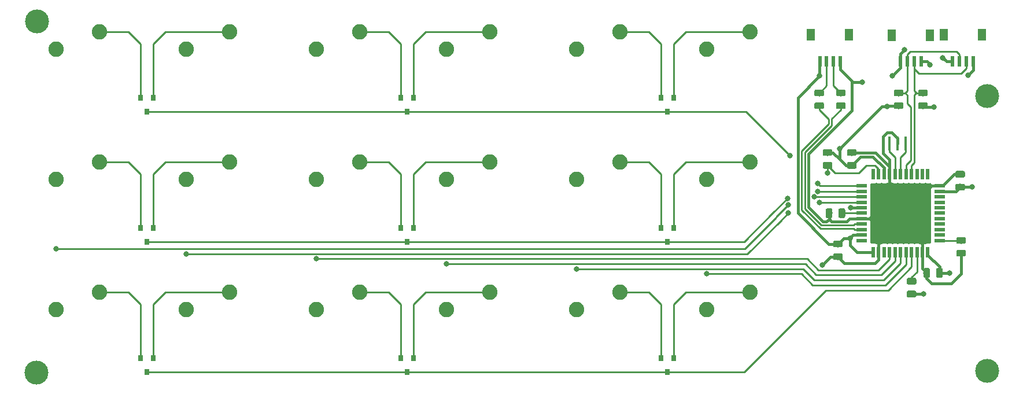
<source format=gbl>
G04 #@! TF.GenerationSoftware,KiCad,Pcbnew,(5.1.2)-2*
G04 #@! TF.CreationDate,2020-07-12T21:55:24+03:00*
G04 #@! TF.ProjectId,KB-Prototype,4b422d50-726f-4746-9f74-7970652e6b69,rev?*
G04 #@! TF.SameCoordinates,Original*
G04 #@! TF.FileFunction,Copper,L2,Bot*
G04 #@! TF.FilePolarity,Positive*
%FSLAX46Y46*%
G04 Gerber Fmt 4.6, Leading zero omitted, Abs format (unit mm)*
G04 Created by KiCad (PCBNEW (5.1.2)-2) date 2020-07-12 21:55:24*
%MOMM*%
%LPD*%
G04 APERTURE LIST*
%ADD10C,3.500000*%
%ADD11R,0.400000X2.000000*%
%ADD12R,0.550000X1.500000*%
%ADD13R,1.500000X0.550000*%
%ADD14C,0.100000*%
%ADD15C,0.975000*%
%ADD16C,2.250000*%
%ADD17R,1.200000X1.800000*%
%ADD18R,0.600000X1.550000*%
%ADD19R,0.800000X0.900000*%
%ADD20C,0.800000*%
%ADD21C,0.381000*%
%ADD22C,0.250000*%
%ADD23C,0.254000*%
G04 APERTURE END LIST*
D10*
X165862000Y-77851000D03*
X165862000Y-37592000D03*
X26670000Y-78105000D03*
X26797000Y-26670000D03*
D11*
X151581000Y-44577000D03*
X153981000Y-44577000D03*
X152781000Y-44577000D03*
D12*
X149193750Y-60468750D03*
X149993750Y-60468750D03*
X150793750Y-60468750D03*
X151593750Y-60468750D03*
X152393750Y-60468750D03*
X153193750Y-60468750D03*
X153993750Y-60468750D03*
X154793750Y-60468750D03*
X155593750Y-60468750D03*
X156393750Y-60468750D03*
X157193750Y-60468750D03*
D13*
X158893750Y-58768750D03*
X158893750Y-57968750D03*
X158893750Y-57168750D03*
X158893750Y-56368750D03*
X158893750Y-55568750D03*
X158893750Y-54768750D03*
X158893750Y-53968750D03*
X158893750Y-53168750D03*
X158893750Y-52368750D03*
X158893750Y-51568750D03*
X158893750Y-50768750D03*
D12*
X157193750Y-49068750D03*
X156393750Y-49068750D03*
X155593750Y-49068750D03*
X154793750Y-49068750D03*
X153993750Y-49068750D03*
X153193750Y-49068750D03*
X152393750Y-49068750D03*
X151593750Y-49068750D03*
X150793750Y-49068750D03*
X149993750Y-49068750D03*
X149193750Y-49068750D03*
D13*
X147493750Y-50768750D03*
X147493750Y-51568750D03*
X147493750Y-52368750D03*
X147493750Y-53168750D03*
X147493750Y-53968750D03*
X147493750Y-54768750D03*
X147493750Y-55568750D03*
X147493750Y-56368750D03*
X147493750Y-57168750D03*
X147493750Y-57968750D03*
X147493750Y-58768750D03*
D14*
G36*
X155293142Y-64235174D02*
G01*
X155316803Y-64238684D01*
X155340007Y-64244496D01*
X155362529Y-64252554D01*
X155384153Y-64262782D01*
X155404670Y-64275079D01*
X155423883Y-64289329D01*
X155441607Y-64305393D01*
X155457671Y-64323117D01*
X155471921Y-64342330D01*
X155484218Y-64362847D01*
X155494446Y-64384471D01*
X155502504Y-64406993D01*
X155508316Y-64430197D01*
X155511826Y-64453858D01*
X155513000Y-64477750D01*
X155513000Y-64965250D01*
X155511826Y-64989142D01*
X155508316Y-65012803D01*
X155502504Y-65036007D01*
X155494446Y-65058529D01*
X155484218Y-65080153D01*
X155471921Y-65100670D01*
X155457671Y-65119883D01*
X155441607Y-65137607D01*
X155423883Y-65153671D01*
X155404670Y-65167921D01*
X155384153Y-65180218D01*
X155362529Y-65190446D01*
X155340007Y-65198504D01*
X155316803Y-65204316D01*
X155293142Y-65207826D01*
X155269250Y-65209000D01*
X154356750Y-65209000D01*
X154332858Y-65207826D01*
X154309197Y-65204316D01*
X154285993Y-65198504D01*
X154263471Y-65190446D01*
X154241847Y-65180218D01*
X154221330Y-65167921D01*
X154202117Y-65153671D01*
X154184393Y-65137607D01*
X154168329Y-65119883D01*
X154154079Y-65100670D01*
X154141782Y-65080153D01*
X154131554Y-65058529D01*
X154123496Y-65036007D01*
X154117684Y-65012803D01*
X154114174Y-64989142D01*
X154113000Y-64965250D01*
X154113000Y-64477750D01*
X154114174Y-64453858D01*
X154117684Y-64430197D01*
X154123496Y-64406993D01*
X154131554Y-64384471D01*
X154141782Y-64362847D01*
X154154079Y-64342330D01*
X154168329Y-64323117D01*
X154184393Y-64305393D01*
X154202117Y-64289329D01*
X154221330Y-64275079D01*
X154241847Y-64262782D01*
X154263471Y-64252554D01*
X154285993Y-64244496D01*
X154309197Y-64238684D01*
X154332858Y-64235174D01*
X154356750Y-64234000D01*
X155269250Y-64234000D01*
X155293142Y-64235174D01*
X155293142Y-64235174D01*
G37*
D15*
X154813000Y-64721500D03*
D14*
G36*
X155293142Y-66110174D02*
G01*
X155316803Y-66113684D01*
X155340007Y-66119496D01*
X155362529Y-66127554D01*
X155384153Y-66137782D01*
X155404670Y-66150079D01*
X155423883Y-66164329D01*
X155441607Y-66180393D01*
X155457671Y-66198117D01*
X155471921Y-66217330D01*
X155484218Y-66237847D01*
X155494446Y-66259471D01*
X155502504Y-66281993D01*
X155508316Y-66305197D01*
X155511826Y-66328858D01*
X155513000Y-66352750D01*
X155513000Y-66840250D01*
X155511826Y-66864142D01*
X155508316Y-66887803D01*
X155502504Y-66911007D01*
X155494446Y-66933529D01*
X155484218Y-66955153D01*
X155471921Y-66975670D01*
X155457671Y-66994883D01*
X155441607Y-67012607D01*
X155423883Y-67028671D01*
X155404670Y-67042921D01*
X155384153Y-67055218D01*
X155362529Y-67065446D01*
X155340007Y-67073504D01*
X155316803Y-67079316D01*
X155293142Y-67082826D01*
X155269250Y-67084000D01*
X154356750Y-67084000D01*
X154332858Y-67082826D01*
X154309197Y-67079316D01*
X154285993Y-67073504D01*
X154263471Y-67065446D01*
X154241847Y-67055218D01*
X154221330Y-67042921D01*
X154202117Y-67028671D01*
X154184393Y-67012607D01*
X154168329Y-66994883D01*
X154154079Y-66975670D01*
X154141782Y-66955153D01*
X154131554Y-66933529D01*
X154123496Y-66911007D01*
X154117684Y-66887803D01*
X154114174Y-66864142D01*
X154113000Y-66840250D01*
X154113000Y-66352750D01*
X154114174Y-66328858D01*
X154117684Y-66305197D01*
X154123496Y-66281993D01*
X154131554Y-66259471D01*
X154141782Y-66237847D01*
X154154079Y-66217330D01*
X154168329Y-66198117D01*
X154184393Y-66180393D01*
X154202117Y-66164329D01*
X154221330Y-66150079D01*
X154241847Y-66137782D01*
X154263471Y-66127554D01*
X154285993Y-66119496D01*
X154309197Y-66113684D01*
X154332858Y-66110174D01*
X154356750Y-66109000D01*
X155269250Y-66109000D01*
X155293142Y-66110174D01*
X155293142Y-66110174D01*
G37*
D15*
X154813000Y-66596500D03*
D14*
G36*
X162532142Y-58266174D02*
G01*
X162555803Y-58269684D01*
X162579007Y-58275496D01*
X162601529Y-58283554D01*
X162623153Y-58293782D01*
X162643670Y-58306079D01*
X162662883Y-58320329D01*
X162680607Y-58336393D01*
X162696671Y-58354117D01*
X162710921Y-58373330D01*
X162723218Y-58393847D01*
X162733446Y-58415471D01*
X162741504Y-58437993D01*
X162747316Y-58461197D01*
X162750826Y-58484858D01*
X162752000Y-58508750D01*
X162752000Y-58996250D01*
X162750826Y-59020142D01*
X162747316Y-59043803D01*
X162741504Y-59067007D01*
X162733446Y-59089529D01*
X162723218Y-59111153D01*
X162710921Y-59131670D01*
X162696671Y-59150883D01*
X162680607Y-59168607D01*
X162662883Y-59184671D01*
X162643670Y-59198921D01*
X162623153Y-59211218D01*
X162601529Y-59221446D01*
X162579007Y-59229504D01*
X162555803Y-59235316D01*
X162532142Y-59238826D01*
X162508250Y-59240000D01*
X161595750Y-59240000D01*
X161571858Y-59238826D01*
X161548197Y-59235316D01*
X161524993Y-59229504D01*
X161502471Y-59221446D01*
X161480847Y-59211218D01*
X161460330Y-59198921D01*
X161441117Y-59184671D01*
X161423393Y-59168607D01*
X161407329Y-59150883D01*
X161393079Y-59131670D01*
X161380782Y-59111153D01*
X161370554Y-59089529D01*
X161362496Y-59067007D01*
X161356684Y-59043803D01*
X161353174Y-59020142D01*
X161352000Y-58996250D01*
X161352000Y-58508750D01*
X161353174Y-58484858D01*
X161356684Y-58461197D01*
X161362496Y-58437993D01*
X161370554Y-58415471D01*
X161380782Y-58393847D01*
X161393079Y-58373330D01*
X161407329Y-58354117D01*
X161423393Y-58336393D01*
X161441117Y-58320329D01*
X161460330Y-58306079D01*
X161480847Y-58293782D01*
X161502471Y-58283554D01*
X161524993Y-58275496D01*
X161548197Y-58269684D01*
X161571858Y-58266174D01*
X161595750Y-58265000D01*
X162508250Y-58265000D01*
X162532142Y-58266174D01*
X162532142Y-58266174D01*
G37*
D15*
X162052000Y-58752500D03*
D14*
G36*
X162532142Y-60141174D02*
G01*
X162555803Y-60144684D01*
X162579007Y-60150496D01*
X162601529Y-60158554D01*
X162623153Y-60168782D01*
X162643670Y-60181079D01*
X162662883Y-60195329D01*
X162680607Y-60211393D01*
X162696671Y-60229117D01*
X162710921Y-60248330D01*
X162723218Y-60268847D01*
X162733446Y-60290471D01*
X162741504Y-60312993D01*
X162747316Y-60336197D01*
X162750826Y-60359858D01*
X162752000Y-60383750D01*
X162752000Y-60871250D01*
X162750826Y-60895142D01*
X162747316Y-60918803D01*
X162741504Y-60942007D01*
X162733446Y-60964529D01*
X162723218Y-60986153D01*
X162710921Y-61006670D01*
X162696671Y-61025883D01*
X162680607Y-61043607D01*
X162662883Y-61059671D01*
X162643670Y-61073921D01*
X162623153Y-61086218D01*
X162601529Y-61096446D01*
X162579007Y-61104504D01*
X162555803Y-61110316D01*
X162532142Y-61113826D01*
X162508250Y-61115000D01*
X161595750Y-61115000D01*
X161571858Y-61113826D01*
X161548197Y-61110316D01*
X161524993Y-61104504D01*
X161502471Y-61096446D01*
X161480847Y-61086218D01*
X161460330Y-61073921D01*
X161441117Y-61059671D01*
X161423393Y-61043607D01*
X161407329Y-61025883D01*
X161393079Y-61006670D01*
X161380782Y-60986153D01*
X161370554Y-60964529D01*
X161362496Y-60942007D01*
X161356684Y-60918803D01*
X161353174Y-60895142D01*
X161352000Y-60871250D01*
X161352000Y-60383750D01*
X161353174Y-60359858D01*
X161356684Y-60336197D01*
X161362496Y-60312993D01*
X161370554Y-60290471D01*
X161380782Y-60268847D01*
X161393079Y-60248330D01*
X161407329Y-60229117D01*
X161423393Y-60211393D01*
X161441117Y-60195329D01*
X161460330Y-60181079D01*
X161480847Y-60168782D01*
X161502471Y-60158554D01*
X161524993Y-60150496D01*
X161548197Y-60144684D01*
X161571858Y-60141174D01*
X161595750Y-60140000D01*
X162508250Y-60140000D01*
X162532142Y-60141174D01*
X162532142Y-60141174D01*
G37*
D15*
X162052000Y-60627500D03*
D14*
G36*
X141767642Y-36676174D02*
G01*
X141791303Y-36679684D01*
X141814507Y-36685496D01*
X141837029Y-36693554D01*
X141858653Y-36703782D01*
X141879170Y-36716079D01*
X141898383Y-36730329D01*
X141916107Y-36746393D01*
X141932171Y-36764117D01*
X141946421Y-36783330D01*
X141958718Y-36803847D01*
X141968946Y-36825471D01*
X141977004Y-36847993D01*
X141982816Y-36871197D01*
X141986326Y-36894858D01*
X141987500Y-36918750D01*
X141987500Y-37406250D01*
X141986326Y-37430142D01*
X141982816Y-37453803D01*
X141977004Y-37477007D01*
X141968946Y-37499529D01*
X141958718Y-37521153D01*
X141946421Y-37541670D01*
X141932171Y-37560883D01*
X141916107Y-37578607D01*
X141898383Y-37594671D01*
X141879170Y-37608921D01*
X141858653Y-37621218D01*
X141837029Y-37631446D01*
X141814507Y-37639504D01*
X141791303Y-37645316D01*
X141767642Y-37648826D01*
X141743750Y-37650000D01*
X140831250Y-37650000D01*
X140807358Y-37648826D01*
X140783697Y-37645316D01*
X140760493Y-37639504D01*
X140737971Y-37631446D01*
X140716347Y-37621218D01*
X140695830Y-37608921D01*
X140676617Y-37594671D01*
X140658893Y-37578607D01*
X140642829Y-37560883D01*
X140628579Y-37541670D01*
X140616282Y-37521153D01*
X140606054Y-37499529D01*
X140597996Y-37477007D01*
X140592184Y-37453803D01*
X140588674Y-37430142D01*
X140587500Y-37406250D01*
X140587500Y-36918750D01*
X140588674Y-36894858D01*
X140592184Y-36871197D01*
X140597996Y-36847993D01*
X140606054Y-36825471D01*
X140616282Y-36803847D01*
X140628579Y-36783330D01*
X140642829Y-36764117D01*
X140658893Y-36746393D01*
X140676617Y-36730329D01*
X140695830Y-36716079D01*
X140716347Y-36703782D01*
X140737971Y-36693554D01*
X140760493Y-36685496D01*
X140783697Y-36679684D01*
X140807358Y-36676174D01*
X140831250Y-36675000D01*
X141743750Y-36675000D01*
X141767642Y-36676174D01*
X141767642Y-36676174D01*
G37*
D15*
X141287500Y-37162500D03*
D14*
G36*
X141767642Y-38551174D02*
G01*
X141791303Y-38554684D01*
X141814507Y-38560496D01*
X141837029Y-38568554D01*
X141858653Y-38578782D01*
X141879170Y-38591079D01*
X141898383Y-38605329D01*
X141916107Y-38621393D01*
X141932171Y-38639117D01*
X141946421Y-38658330D01*
X141958718Y-38678847D01*
X141968946Y-38700471D01*
X141977004Y-38722993D01*
X141982816Y-38746197D01*
X141986326Y-38769858D01*
X141987500Y-38793750D01*
X141987500Y-39281250D01*
X141986326Y-39305142D01*
X141982816Y-39328803D01*
X141977004Y-39352007D01*
X141968946Y-39374529D01*
X141958718Y-39396153D01*
X141946421Y-39416670D01*
X141932171Y-39435883D01*
X141916107Y-39453607D01*
X141898383Y-39469671D01*
X141879170Y-39483921D01*
X141858653Y-39496218D01*
X141837029Y-39506446D01*
X141814507Y-39514504D01*
X141791303Y-39520316D01*
X141767642Y-39523826D01*
X141743750Y-39525000D01*
X140831250Y-39525000D01*
X140807358Y-39523826D01*
X140783697Y-39520316D01*
X140760493Y-39514504D01*
X140737971Y-39506446D01*
X140716347Y-39496218D01*
X140695830Y-39483921D01*
X140676617Y-39469671D01*
X140658893Y-39453607D01*
X140642829Y-39435883D01*
X140628579Y-39416670D01*
X140616282Y-39396153D01*
X140606054Y-39374529D01*
X140597996Y-39352007D01*
X140592184Y-39328803D01*
X140588674Y-39305142D01*
X140587500Y-39281250D01*
X140587500Y-38793750D01*
X140588674Y-38769858D01*
X140592184Y-38746197D01*
X140597996Y-38722993D01*
X140606054Y-38700471D01*
X140616282Y-38678847D01*
X140628579Y-38658330D01*
X140642829Y-38639117D01*
X140658893Y-38621393D01*
X140676617Y-38605329D01*
X140695830Y-38591079D01*
X140716347Y-38578782D01*
X140737971Y-38568554D01*
X140760493Y-38560496D01*
X140783697Y-38554684D01*
X140807358Y-38551174D01*
X140831250Y-38550000D01*
X141743750Y-38550000D01*
X141767642Y-38551174D01*
X141767642Y-38551174D01*
G37*
D15*
X141287500Y-39037500D03*
D14*
G36*
X144942642Y-36676174D02*
G01*
X144966303Y-36679684D01*
X144989507Y-36685496D01*
X145012029Y-36693554D01*
X145033653Y-36703782D01*
X145054170Y-36716079D01*
X145073383Y-36730329D01*
X145091107Y-36746393D01*
X145107171Y-36764117D01*
X145121421Y-36783330D01*
X145133718Y-36803847D01*
X145143946Y-36825471D01*
X145152004Y-36847993D01*
X145157816Y-36871197D01*
X145161326Y-36894858D01*
X145162500Y-36918750D01*
X145162500Y-37406250D01*
X145161326Y-37430142D01*
X145157816Y-37453803D01*
X145152004Y-37477007D01*
X145143946Y-37499529D01*
X145133718Y-37521153D01*
X145121421Y-37541670D01*
X145107171Y-37560883D01*
X145091107Y-37578607D01*
X145073383Y-37594671D01*
X145054170Y-37608921D01*
X145033653Y-37621218D01*
X145012029Y-37631446D01*
X144989507Y-37639504D01*
X144966303Y-37645316D01*
X144942642Y-37648826D01*
X144918750Y-37650000D01*
X144006250Y-37650000D01*
X143982358Y-37648826D01*
X143958697Y-37645316D01*
X143935493Y-37639504D01*
X143912971Y-37631446D01*
X143891347Y-37621218D01*
X143870830Y-37608921D01*
X143851617Y-37594671D01*
X143833893Y-37578607D01*
X143817829Y-37560883D01*
X143803579Y-37541670D01*
X143791282Y-37521153D01*
X143781054Y-37499529D01*
X143772996Y-37477007D01*
X143767184Y-37453803D01*
X143763674Y-37430142D01*
X143762500Y-37406250D01*
X143762500Y-36918750D01*
X143763674Y-36894858D01*
X143767184Y-36871197D01*
X143772996Y-36847993D01*
X143781054Y-36825471D01*
X143791282Y-36803847D01*
X143803579Y-36783330D01*
X143817829Y-36764117D01*
X143833893Y-36746393D01*
X143851617Y-36730329D01*
X143870830Y-36716079D01*
X143891347Y-36703782D01*
X143912971Y-36693554D01*
X143935493Y-36685496D01*
X143958697Y-36679684D01*
X143982358Y-36676174D01*
X144006250Y-36675000D01*
X144918750Y-36675000D01*
X144942642Y-36676174D01*
X144942642Y-36676174D01*
G37*
D15*
X144462500Y-37162500D03*
D14*
G36*
X144942642Y-38551174D02*
G01*
X144966303Y-38554684D01*
X144989507Y-38560496D01*
X145012029Y-38568554D01*
X145033653Y-38578782D01*
X145054170Y-38591079D01*
X145073383Y-38605329D01*
X145091107Y-38621393D01*
X145107171Y-38639117D01*
X145121421Y-38658330D01*
X145133718Y-38678847D01*
X145143946Y-38700471D01*
X145152004Y-38722993D01*
X145157816Y-38746197D01*
X145161326Y-38769858D01*
X145162500Y-38793750D01*
X145162500Y-39281250D01*
X145161326Y-39305142D01*
X145157816Y-39328803D01*
X145152004Y-39352007D01*
X145143946Y-39374529D01*
X145133718Y-39396153D01*
X145121421Y-39416670D01*
X145107171Y-39435883D01*
X145091107Y-39453607D01*
X145073383Y-39469671D01*
X145054170Y-39483921D01*
X145033653Y-39496218D01*
X145012029Y-39506446D01*
X144989507Y-39514504D01*
X144966303Y-39520316D01*
X144942642Y-39523826D01*
X144918750Y-39525000D01*
X144006250Y-39525000D01*
X143982358Y-39523826D01*
X143958697Y-39520316D01*
X143935493Y-39514504D01*
X143912971Y-39506446D01*
X143891347Y-39496218D01*
X143870830Y-39483921D01*
X143851617Y-39469671D01*
X143833893Y-39453607D01*
X143817829Y-39435883D01*
X143803579Y-39416670D01*
X143791282Y-39396153D01*
X143781054Y-39374529D01*
X143772996Y-39352007D01*
X143767184Y-39328803D01*
X143763674Y-39305142D01*
X143762500Y-39281250D01*
X143762500Y-38793750D01*
X143763674Y-38769858D01*
X143767184Y-38746197D01*
X143772996Y-38722993D01*
X143781054Y-38700471D01*
X143791282Y-38678847D01*
X143803579Y-38658330D01*
X143817829Y-38639117D01*
X143833893Y-38621393D01*
X143851617Y-38605329D01*
X143870830Y-38591079D01*
X143891347Y-38578782D01*
X143912971Y-38568554D01*
X143935493Y-38560496D01*
X143958697Y-38554684D01*
X143982358Y-38551174D01*
X144006250Y-38550000D01*
X144918750Y-38550000D01*
X144942642Y-38551174D01*
X144942642Y-38551174D01*
G37*
D15*
X144462500Y-39037500D03*
D14*
G36*
X153388142Y-36676174D02*
G01*
X153411803Y-36679684D01*
X153435007Y-36685496D01*
X153457529Y-36693554D01*
X153479153Y-36703782D01*
X153499670Y-36716079D01*
X153518883Y-36730329D01*
X153536607Y-36746393D01*
X153552671Y-36764117D01*
X153566921Y-36783330D01*
X153579218Y-36803847D01*
X153589446Y-36825471D01*
X153597504Y-36847993D01*
X153603316Y-36871197D01*
X153606826Y-36894858D01*
X153608000Y-36918750D01*
X153608000Y-37406250D01*
X153606826Y-37430142D01*
X153603316Y-37453803D01*
X153597504Y-37477007D01*
X153589446Y-37499529D01*
X153579218Y-37521153D01*
X153566921Y-37541670D01*
X153552671Y-37560883D01*
X153536607Y-37578607D01*
X153518883Y-37594671D01*
X153499670Y-37608921D01*
X153479153Y-37621218D01*
X153457529Y-37631446D01*
X153435007Y-37639504D01*
X153411803Y-37645316D01*
X153388142Y-37648826D01*
X153364250Y-37650000D01*
X152451750Y-37650000D01*
X152427858Y-37648826D01*
X152404197Y-37645316D01*
X152380993Y-37639504D01*
X152358471Y-37631446D01*
X152336847Y-37621218D01*
X152316330Y-37608921D01*
X152297117Y-37594671D01*
X152279393Y-37578607D01*
X152263329Y-37560883D01*
X152249079Y-37541670D01*
X152236782Y-37521153D01*
X152226554Y-37499529D01*
X152218496Y-37477007D01*
X152212684Y-37453803D01*
X152209174Y-37430142D01*
X152208000Y-37406250D01*
X152208000Y-36918750D01*
X152209174Y-36894858D01*
X152212684Y-36871197D01*
X152218496Y-36847993D01*
X152226554Y-36825471D01*
X152236782Y-36803847D01*
X152249079Y-36783330D01*
X152263329Y-36764117D01*
X152279393Y-36746393D01*
X152297117Y-36730329D01*
X152316330Y-36716079D01*
X152336847Y-36703782D01*
X152358471Y-36693554D01*
X152380993Y-36685496D01*
X152404197Y-36679684D01*
X152427858Y-36676174D01*
X152451750Y-36675000D01*
X153364250Y-36675000D01*
X153388142Y-36676174D01*
X153388142Y-36676174D01*
G37*
D15*
X152908000Y-37162500D03*
D14*
G36*
X153388142Y-38551174D02*
G01*
X153411803Y-38554684D01*
X153435007Y-38560496D01*
X153457529Y-38568554D01*
X153479153Y-38578782D01*
X153499670Y-38591079D01*
X153518883Y-38605329D01*
X153536607Y-38621393D01*
X153552671Y-38639117D01*
X153566921Y-38658330D01*
X153579218Y-38678847D01*
X153589446Y-38700471D01*
X153597504Y-38722993D01*
X153603316Y-38746197D01*
X153606826Y-38769858D01*
X153608000Y-38793750D01*
X153608000Y-39281250D01*
X153606826Y-39305142D01*
X153603316Y-39328803D01*
X153597504Y-39352007D01*
X153589446Y-39374529D01*
X153579218Y-39396153D01*
X153566921Y-39416670D01*
X153552671Y-39435883D01*
X153536607Y-39453607D01*
X153518883Y-39469671D01*
X153499670Y-39483921D01*
X153479153Y-39496218D01*
X153457529Y-39506446D01*
X153435007Y-39514504D01*
X153411803Y-39520316D01*
X153388142Y-39523826D01*
X153364250Y-39525000D01*
X152451750Y-39525000D01*
X152427858Y-39523826D01*
X152404197Y-39520316D01*
X152380993Y-39514504D01*
X152358471Y-39506446D01*
X152336847Y-39496218D01*
X152316330Y-39483921D01*
X152297117Y-39469671D01*
X152279393Y-39453607D01*
X152263329Y-39435883D01*
X152249079Y-39416670D01*
X152236782Y-39396153D01*
X152226554Y-39374529D01*
X152218496Y-39352007D01*
X152212684Y-39328803D01*
X152209174Y-39305142D01*
X152208000Y-39281250D01*
X152208000Y-38793750D01*
X152209174Y-38769858D01*
X152212684Y-38746197D01*
X152218496Y-38722993D01*
X152226554Y-38700471D01*
X152236782Y-38678847D01*
X152249079Y-38658330D01*
X152263329Y-38639117D01*
X152279393Y-38621393D01*
X152297117Y-38605329D01*
X152316330Y-38591079D01*
X152336847Y-38578782D01*
X152358471Y-38568554D01*
X152380993Y-38560496D01*
X152404197Y-38554684D01*
X152427858Y-38551174D01*
X152451750Y-38550000D01*
X153364250Y-38550000D01*
X153388142Y-38551174D01*
X153388142Y-38551174D01*
G37*
D15*
X152908000Y-39037500D03*
D14*
G36*
X156944142Y-36676174D02*
G01*
X156967803Y-36679684D01*
X156991007Y-36685496D01*
X157013529Y-36693554D01*
X157035153Y-36703782D01*
X157055670Y-36716079D01*
X157074883Y-36730329D01*
X157092607Y-36746393D01*
X157108671Y-36764117D01*
X157122921Y-36783330D01*
X157135218Y-36803847D01*
X157145446Y-36825471D01*
X157153504Y-36847993D01*
X157159316Y-36871197D01*
X157162826Y-36894858D01*
X157164000Y-36918750D01*
X157164000Y-37406250D01*
X157162826Y-37430142D01*
X157159316Y-37453803D01*
X157153504Y-37477007D01*
X157145446Y-37499529D01*
X157135218Y-37521153D01*
X157122921Y-37541670D01*
X157108671Y-37560883D01*
X157092607Y-37578607D01*
X157074883Y-37594671D01*
X157055670Y-37608921D01*
X157035153Y-37621218D01*
X157013529Y-37631446D01*
X156991007Y-37639504D01*
X156967803Y-37645316D01*
X156944142Y-37648826D01*
X156920250Y-37650000D01*
X156007750Y-37650000D01*
X155983858Y-37648826D01*
X155960197Y-37645316D01*
X155936993Y-37639504D01*
X155914471Y-37631446D01*
X155892847Y-37621218D01*
X155872330Y-37608921D01*
X155853117Y-37594671D01*
X155835393Y-37578607D01*
X155819329Y-37560883D01*
X155805079Y-37541670D01*
X155792782Y-37521153D01*
X155782554Y-37499529D01*
X155774496Y-37477007D01*
X155768684Y-37453803D01*
X155765174Y-37430142D01*
X155764000Y-37406250D01*
X155764000Y-36918750D01*
X155765174Y-36894858D01*
X155768684Y-36871197D01*
X155774496Y-36847993D01*
X155782554Y-36825471D01*
X155792782Y-36803847D01*
X155805079Y-36783330D01*
X155819329Y-36764117D01*
X155835393Y-36746393D01*
X155853117Y-36730329D01*
X155872330Y-36716079D01*
X155892847Y-36703782D01*
X155914471Y-36693554D01*
X155936993Y-36685496D01*
X155960197Y-36679684D01*
X155983858Y-36676174D01*
X156007750Y-36675000D01*
X156920250Y-36675000D01*
X156944142Y-36676174D01*
X156944142Y-36676174D01*
G37*
D15*
X156464000Y-37162500D03*
D14*
G36*
X156944142Y-38551174D02*
G01*
X156967803Y-38554684D01*
X156991007Y-38560496D01*
X157013529Y-38568554D01*
X157035153Y-38578782D01*
X157055670Y-38591079D01*
X157074883Y-38605329D01*
X157092607Y-38621393D01*
X157108671Y-38639117D01*
X157122921Y-38658330D01*
X157135218Y-38678847D01*
X157145446Y-38700471D01*
X157153504Y-38722993D01*
X157159316Y-38746197D01*
X157162826Y-38769858D01*
X157164000Y-38793750D01*
X157164000Y-39281250D01*
X157162826Y-39305142D01*
X157159316Y-39328803D01*
X157153504Y-39352007D01*
X157145446Y-39374529D01*
X157135218Y-39396153D01*
X157122921Y-39416670D01*
X157108671Y-39435883D01*
X157092607Y-39453607D01*
X157074883Y-39469671D01*
X157055670Y-39483921D01*
X157035153Y-39496218D01*
X157013529Y-39506446D01*
X156991007Y-39514504D01*
X156967803Y-39520316D01*
X156944142Y-39523826D01*
X156920250Y-39525000D01*
X156007750Y-39525000D01*
X155983858Y-39523826D01*
X155960197Y-39520316D01*
X155936993Y-39514504D01*
X155914471Y-39506446D01*
X155892847Y-39496218D01*
X155872330Y-39483921D01*
X155853117Y-39469671D01*
X155835393Y-39453607D01*
X155819329Y-39435883D01*
X155805079Y-39416670D01*
X155792782Y-39396153D01*
X155782554Y-39374529D01*
X155774496Y-39352007D01*
X155768684Y-39328803D01*
X155765174Y-39305142D01*
X155764000Y-39281250D01*
X155764000Y-38793750D01*
X155765174Y-38769858D01*
X155768684Y-38746197D01*
X155774496Y-38722993D01*
X155782554Y-38700471D01*
X155792782Y-38678847D01*
X155805079Y-38658330D01*
X155819329Y-38639117D01*
X155835393Y-38621393D01*
X155853117Y-38605329D01*
X155872330Y-38591079D01*
X155892847Y-38578782D01*
X155914471Y-38568554D01*
X155936993Y-38560496D01*
X155960197Y-38554684D01*
X155983858Y-38551174D01*
X156007750Y-38550000D01*
X156920250Y-38550000D01*
X156944142Y-38551174D01*
X156944142Y-38551174D01*
G37*
D15*
X156464000Y-39037500D03*
D14*
G36*
X142974142Y-47282424D02*
G01*
X142997803Y-47285934D01*
X143021007Y-47291746D01*
X143043529Y-47299804D01*
X143065153Y-47310032D01*
X143085670Y-47322329D01*
X143104883Y-47336579D01*
X143122607Y-47352643D01*
X143138671Y-47370367D01*
X143152921Y-47389580D01*
X143165218Y-47410097D01*
X143175446Y-47431721D01*
X143183504Y-47454243D01*
X143189316Y-47477447D01*
X143192826Y-47501108D01*
X143194000Y-47525000D01*
X143194000Y-48012500D01*
X143192826Y-48036392D01*
X143189316Y-48060053D01*
X143183504Y-48083257D01*
X143175446Y-48105779D01*
X143165218Y-48127403D01*
X143152921Y-48147920D01*
X143138671Y-48167133D01*
X143122607Y-48184857D01*
X143104883Y-48200921D01*
X143085670Y-48215171D01*
X143065153Y-48227468D01*
X143043529Y-48237696D01*
X143021007Y-48245754D01*
X142997803Y-48251566D01*
X142974142Y-48255076D01*
X142950250Y-48256250D01*
X142037750Y-48256250D01*
X142013858Y-48255076D01*
X141990197Y-48251566D01*
X141966993Y-48245754D01*
X141944471Y-48237696D01*
X141922847Y-48227468D01*
X141902330Y-48215171D01*
X141883117Y-48200921D01*
X141865393Y-48184857D01*
X141849329Y-48167133D01*
X141835079Y-48147920D01*
X141822782Y-48127403D01*
X141812554Y-48105779D01*
X141804496Y-48083257D01*
X141798684Y-48060053D01*
X141795174Y-48036392D01*
X141794000Y-48012500D01*
X141794000Y-47525000D01*
X141795174Y-47501108D01*
X141798684Y-47477447D01*
X141804496Y-47454243D01*
X141812554Y-47431721D01*
X141822782Y-47410097D01*
X141835079Y-47389580D01*
X141849329Y-47370367D01*
X141865393Y-47352643D01*
X141883117Y-47336579D01*
X141902330Y-47322329D01*
X141922847Y-47310032D01*
X141944471Y-47299804D01*
X141966993Y-47291746D01*
X141990197Y-47285934D01*
X142013858Y-47282424D01*
X142037750Y-47281250D01*
X142950250Y-47281250D01*
X142974142Y-47282424D01*
X142974142Y-47282424D01*
G37*
D15*
X142494000Y-47768750D03*
D14*
G36*
X142974142Y-45407424D02*
G01*
X142997803Y-45410934D01*
X143021007Y-45416746D01*
X143043529Y-45424804D01*
X143065153Y-45435032D01*
X143085670Y-45447329D01*
X143104883Y-45461579D01*
X143122607Y-45477643D01*
X143138671Y-45495367D01*
X143152921Y-45514580D01*
X143165218Y-45535097D01*
X143175446Y-45556721D01*
X143183504Y-45579243D01*
X143189316Y-45602447D01*
X143192826Y-45626108D01*
X143194000Y-45650000D01*
X143194000Y-46137500D01*
X143192826Y-46161392D01*
X143189316Y-46185053D01*
X143183504Y-46208257D01*
X143175446Y-46230779D01*
X143165218Y-46252403D01*
X143152921Y-46272920D01*
X143138671Y-46292133D01*
X143122607Y-46309857D01*
X143104883Y-46325921D01*
X143085670Y-46340171D01*
X143065153Y-46352468D01*
X143043529Y-46362696D01*
X143021007Y-46370754D01*
X142997803Y-46376566D01*
X142974142Y-46380076D01*
X142950250Y-46381250D01*
X142037750Y-46381250D01*
X142013858Y-46380076D01*
X141990197Y-46376566D01*
X141966993Y-46370754D01*
X141944471Y-46362696D01*
X141922847Y-46352468D01*
X141902330Y-46340171D01*
X141883117Y-46325921D01*
X141865393Y-46309857D01*
X141849329Y-46292133D01*
X141835079Y-46272920D01*
X141822782Y-46252403D01*
X141812554Y-46230779D01*
X141804496Y-46208257D01*
X141798684Y-46185053D01*
X141795174Y-46161392D01*
X141794000Y-46137500D01*
X141794000Y-45650000D01*
X141795174Y-45626108D01*
X141798684Y-45602447D01*
X141804496Y-45579243D01*
X141812554Y-45556721D01*
X141822782Y-45535097D01*
X141835079Y-45514580D01*
X141849329Y-45495367D01*
X141865393Y-45477643D01*
X141883117Y-45461579D01*
X141902330Y-45447329D01*
X141922847Y-45435032D01*
X141944471Y-45424804D01*
X141966993Y-45416746D01*
X141990197Y-45410934D01*
X142013858Y-45407424D01*
X142037750Y-45406250D01*
X142950250Y-45406250D01*
X142974142Y-45407424D01*
X142974142Y-45407424D01*
G37*
D15*
X142494000Y-45893750D03*
D16*
X131127500Y-66357500D03*
X124777500Y-68897500D03*
X112077500Y-66357500D03*
X105727500Y-68897500D03*
X93027500Y-66357500D03*
X86677500Y-68897500D03*
X73977500Y-66357500D03*
X67627500Y-68897500D03*
X54927500Y-66357500D03*
X48577500Y-68897500D03*
X35877500Y-66357500D03*
X29527500Y-68897500D03*
X131127500Y-47307500D03*
X124777500Y-49847500D03*
X112077500Y-47307500D03*
X105727500Y-49847500D03*
X93027500Y-47307500D03*
X86677500Y-49847500D03*
X73977500Y-47307500D03*
X67627500Y-49847500D03*
X54927500Y-47307500D03*
X48577500Y-49847500D03*
X35877500Y-47307500D03*
X29527500Y-49847500D03*
X131127500Y-28257500D03*
X124777500Y-30797500D03*
X112077500Y-28257500D03*
X105727500Y-30797500D03*
X93027500Y-28257500D03*
X86677500Y-30797500D03*
X73977500Y-28257500D03*
X67627500Y-30797500D03*
X54927500Y-28257500D03*
X48577500Y-30797500D03*
X35877500Y-28257500D03*
X29527500Y-30797500D03*
D17*
X157486000Y-28713000D03*
X151886000Y-28713000D03*
D18*
X153186000Y-32588000D03*
X154186000Y-32588000D03*
X156186000Y-32588000D03*
X155186000Y-32588000D03*
D17*
X145675000Y-28681250D03*
X140075000Y-28681250D03*
D18*
X141375000Y-32556250D03*
X142375000Y-32556250D03*
X144375000Y-32556250D03*
X143375000Y-32556250D03*
D17*
X165106000Y-28681250D03*
X159506000Y-28681250D03*
D18*
X160806000Y-32556250D03*
X161806000Y-32556250D03*
X163806000Y-32556250D03*
X162806000Y-32556250D03*
D19*
X119062500Y-77993750D03*
X120012500Y-75993750D03*
X118112500Y-75993750D03*
X80962500Y-77993750D03*
X81912500Y-75993750D03*
X80012500Y-75993750D03*
X42862500Y-77993750D03*
X43812500Y-75993750D03*
X41912500Y-75993750D03*
X119062500Y-58943750D03*
X120012500Y-56943750D03*
X118112500Y-56943750D03*
X80962500Y-58943750D03*
X81912500Y-56943750D03*
X80012500Y-56943750D03*
X42862500Y-58943750D03*
X43812500Y-56943750D03*
X41912500Y-56943750D03*
X119062500Y-39893750D03*
X120012500Y-37893750D03*
X118112500Y-37893750D03*
X80962500Y-39893750D03*
X81912500Y-37893750D03*
X80012500Y-37893750D03*
X42862500Y-39893750D03*
X43812500Y-37893750D03*
X41912500Y-37893750D03*
D14*
G36*
X144498142Y-58774174D02*
G01*
X144521803Y-58777684D01*
X144545007Y-58783496D01*
X144567529Y-58791554D01*
X144589153Y-58801782D01*
X144609670Y-58814079D01*
X144628883Y-58828329D01*
X144646607Y-58844393D01*
X144662671Y-58862117D01*
X144676921Y-58881330D01*
X144689218Y-58901847D01*
X144699446Y-58923471D01*
X144707504Y-58945993D01*
X144713316Y-58969197D01*
X144716826Y-58992858D01*
X144718000Y-59016750D01*
X144718000Y-59504250D01*
X144716826Y-59528142D01*
X144713316Y-59551803D01*
X144707504Y-59575007D01*
X144699446Y-59597529D01*
X144689218Y-59619153D01*
X144676921Y-59639670D01*
X144662671Y-59658883D01*
X144646607Y-59676607D01*
X144628883Y-59692671D01*
X144609670Y-59706921D01*
X144589153Y-59719218D01*
X144567529Y-59729446D01*
X144545007Y-59737504D01*
X144521803Y-59743316D01*
X144498142Y-59746826D01*
X144474250Y-59748000D01*
X143561750Y-59748000D01*
X143537858Y-59746826D01*
X143514197Y-59743316D01*
X143490993Y-59737504D01*
X143468471Y-59729446D01*
X143446847Y-59719218D01*
X143426330Y-59706921D01*
X143407117Y-59692671D01*
X143389393Y-59676607D01*
X143373329Y-59658883D01*
X143359079Y-59639670D01*
X143346782Y-59619153D01*
X143336554Y-59597529D01*
X143328496Y-59575007D01*
X143322684Y-59551803D01*
X143319174Y-59528142D01*
X143318000Y-59504250D01*
X143318000Y-59016750D01*
X143319174Y-58992858D01*
X143322684Y-58969197D01*
X143328496Y-58945993D01*
X143336554Y-58923471D01*
X143346782Y-58901847D01*
X143359079Y-58881330D01*
X143373329Y-58862117D01*
X143389393Y-58844393D01*
X143407117Y-58828329D01*
X143426330Y-58814079D01*
X143446847Y-58801782D01*
X143468471Y-58791554D01*
X143490993Y-58783496D01*
X143514197Y-58777684D01*
X143537858Y-58774174D01*
X143561750Y-58773000D01*
X144474250Y-58773000D01*
X144498142Y-58774174D01*
X144498142Y-58774174D01*
G37*
D15*
X144018000Y-59260500D03*
D14*
G36*
X144498142Y-60649174D02*
G01*
X144521803Y-60652684D01*
X144545007Y-60658496D01*
X144567529Y-60666554D01*
X144589153Y-60676782D01*
X144609670Y-60689079D01*
X144628883Y-60703329D01*
X144646607Y-60719393D01*
X144662671Y-60737117D01*
X144676921Y-60756330D01*
X144689218Y-60776847D01*
X144699446Y-60798471D01*
X144707504Y-60820993D01*
X144713316Y-60844197D01*
X144716826Y-60867858D01*
X144718000Y-60891750D01*
X144718000Y-61379250D01*
X144716826Y-61403142D01*
X144713316Y-61426803D01*
X144707504Y-61450007D01*
X144699446Y-61472529D01*
X144689218Y-61494153D01*
X144676921Y-61514670D01*
X144662671Y-61533883D01*
X144646607Y-61551607D01*
X144628883Y-61567671D01*
X144609670Y-61581921D01*
X144589153Y-61594218D01*
X144567529Y-61604446D01*
X144545007Y-61612504D01*
X144521803Y-61618316D01*
X144498142Y-61621826D01*
X144474250Y-61623000D01*
X143561750Y-61623000D01*
X143537858Y-61621826D01*
X143514197Y-61618316D01*
X143490993Y-61612504D01*
X143468471Y-61604446D01*
X143446847Y-61594218D01*
X143426330Y-61581921D01*
X143407117Y-61567671D01*
X143389393Y-61551607D01*
X143373329Y-61533883D01*
X143359079Y-61514670D01*
X143346782Y-61494153D01*
X143336554Y-61472529D01*
X143328496Y-61450007D01*
X143322684Y-61426803D01*
X143319174Y-61403142D01*
X143318000Y-61379250D01*
X143318000Y-60891750D01*
X143319174Y-60867858D01*
X143322684Y-60844197D01*
X143328496Y-60820993D01*
X143336554Y-60798471D01*
X143346782Y-60776847D01*
X143359079Y-60756330D01*
X143373329Y-60737117D01*
X143389393Y-60719393D01*
X143407117Y-60703329D01*
X143426330Y-60689079D01*
X143446847Y-60676782D01*
X143468471Y-60666554D01*
X143490993Y-60658496D01*
X143514197Y-60652684D01*
X143537858Y-60649174D01*
X143561750Y-60648000D01*
X144474250Y-60648000D01*
X144498142Y-60649174D01*
X144498142Y-60649174D01*
G37*
D15*
X144018000Y-61135500D03*
D14*
G36*
X159161392Y-62801174D02*
G01*
X159185053Y-62804684D01*
X159208257Y-62810496D01*
X159230779Y-62818554D01*
X159252403Y-62828782D01*
X159272920Y-62841079D01*
X159292133Y-62855329D01*
X159309857Y-62871393D01*
X159325921Y-62889117D01*
X159340171Y-62908330D01*
X159352468Y-62928847D01*
X159362696Y-62950471D01*
X159370754Y-62972993D01*
X159376566Y-62996197D01*
X159380076Y-63019858D01*
X159381250Y-63043750D01*
X159381250Y-63956250D01*
X159380076Y-63980142D01*
X159376566Y-64003803D01*
X159370754Y-64027007D01*
X159362696Y-64049529D01*
X159352468Y-64071153D01*
X159340171Y-64091670D01*
X159325921Y-64110883D01*
X159309857Y-64128607D01*
X159292133Y-64144671D01*
X159272920Y-64158921D01*
X159252403Y-64171218D01*
X159230779Y-64181446D01*
X159208257Y-64189504D01*
X159185053Y-64195316D01*
X159161392Y-64198826D01*
X159137500Y-64200000D01*
X158650000Y-64200000D01*
X158626108Y-64198826D01*
X158602447Y-64195316D01*
X158579243Y-64189504D01*
X158556721Y-64181446D01*
X158535097Y-64171218D01*
X158514580Y-64158921D01*
X158495367Y-64144671D01*
X158477643Y-64128607D01*
X158461579Y-64110883D01*
X158447329Y-64091670D01*
X158435032Y-64071153D01*
X158424804Y-64049529D01*
X158416746Y-64027007D01*
X158410934Y-64003803D01*
X158407424Y-63980142D01*
X158406250Y-63956250D01*
X158406250Y-63043750D01*
X158407424Y-63019858D01*
X158410934Y-62996197D01*
X158416746Y-62972993D01*
X158424804Y-62950471D01*
X158435032Y-62928847D01*
X158447329Y-62908330D01*
X158461579Y-62889117D01*
X158477643Y-62871393D01*
X158495367Y-62855329D01*
X158514580Y-62841079D01*
X158535097Y-62828782D01*
X158556721Y-62818554D01*
X158579243Y-62810496D01*
X158602447Y-62804684D01*
X158626108Y-62801174D01*
X158650000Y-62800000D01*
X159137500Y-62800000D01*
X159161392Y-62801174D01*
X159161392Y-62801174D01*
G37*
D15*
X158893750Y-63500000D03*
D14*
G36*
X157286392Y-62801174D02*
G01*
X157310053Y-62804684D01*
X157333257Y-62810496D01*
X157355779Y-62818554D01*
X157377403Y-62828782D01*
X157397920Y-62841079D01*
X157417133Y-62855329D01*
X157434857Y-62871393D01*
X157450921Y-62889117D01*
X157465171Y-62908330D01*
X157477468Y-62928847D01*
X157487696Y-62950471D01*
X157495754Y-62972993D01*
X157501566Y-62996197D01*
X157505076Y-63019858D01*
X157506250Y-63043750D01*
X157506250Y-63956250D01*
X157505076Y-63980142D01*
X157501566Y-64003803D01*
X157495754Y-64027007D01*
X157487696Y-64049529D01*
X157477468Y-64071153D01*
X157465171Y-64091670D01*
X157450921Y-64110883D01*
X157434857Y-64128607D01*
X157417133Y-64144671D01*
X157397920Y-64158921D01*
X157377403Y-64171218D01*
X157355779Y-64181446D01*
X157333257Y-64189504D01*
X157310053Y-64195316D01*
X157286392Y-64198826D01*
X157262500Y-64200000D01*
X156775000Y-64200000D01*
X156751108Y-64198826D01*
X156727447Y-64195316D01*
X156704243Y-64189504D01*
X156681721Y-64181446D01*
X156660097Y-64171218D01*
X156639580Y-64158921D01*
X156620367Y-64144671D01*
X156602643Y-64128607D01*
X156586579Y-64110883D01*
X156572329Y-64091670D01*
X156560032Y-64071153D01*
X156549804Y-64049529D01*
X156541746Y-64027007D01*
X156535934Y-64003803D01*
X156532424Y-63980142D01*
X156531250Y-63956250D01*
X156531250Y-63043750D01*
X156532424Y-63019858D01*
X156535934Y-62996197D01*
X156541746Y-62972993D01*
X156549804Y-62950471D01*
X156560032Y-62928847D01*
X156572329Y-62908330D01*
X156586579Y-62889117D01*
X156602643Y-62871393D01*
X156620367Y-62855329D01*
X156639580Y-62841079D01*
X156660097Y-62828782D01*
X156681721Y-62818554D01*
X156704243Y-62810496D01*
X156727447Y-62804684D01*
X156751108Y-62801174D01*
X156775000Y-62800000D01*
X157262500Y-62800000D01*
X157286392Y-62801174D01*
X157286392Y-62801174D01*
G37*
D15*
X157018750Y-63500000D03*
D14*
G36*
X162405142Y-50457424D02*
G01*
X162428803Y-50460934D01*
X162452007Y-50466746D01*
X162474529Y-50474804D01*
X162496153Y-50485032D01*
X162516670Y-50497329D01*
X162535883Y-50511579D01*
X162553607Y-50527643D01*
X162569671Y-50545367D01*
X162583921Y-50564580D01*
X162596218Y-50585097D01*
X162606446Y-50606721D01*
X162614504Y-50629243D01*
X162620316Y-50652447D01*
X162623826Y-50676108D01*
X162625000Y-50700000D01*
X162625000Y-51187500D01*
X162623826Y-51211392D01*
X162620316Y-51235053D01*
X162614504Y-51258257D01*
X162606446Y-51280779D01*
X162596218Y-51302403D01*
X162583921Y-51322920D01*
X162569671Y-51342133D01*
X162553607Y-51359857D01*
X162535883Y-51375921D01*
X162516670Y-51390171D01*
X162496153Y-51402468D01*
X162474529Y-51412696D01*
X162452007Y-51420754D01*
X162428803Y-51426566D01*
X162405142Y-51430076D01*
X162381250Y-51431250D01*
X161468750Y-51431250D01*
X161444858Y-51430076D01*
X161421197Y-51426566D01*
X161397993Y-51420754D01*
X161375471Y-51412696D01*
X161353847Y-51402468D01*
X161333330Y-51390171D01*
X161314117Y-51375921D01*
X161296393Y-51359857D01*
X161280329Y-51342133D01*
X161266079Y-51322920D01*
X161253782Y-51302403D01*
X161243554Y-51280779D01*
X161235496Y-51258257D01*
X161229684Y-51235053D01*
X161226174Y-51211392D01*
X161225000Y-51187500D01*
X161225000Y-50700000D01*
X161226174Y-50676108D01*
X161229684Y-50652447D01*
X161235496Y-50629243D01*
X161243554Y-50606721D01*
X161253782Y-50585097D01*
X161266079Y-50564580D01*
X161280329Y-50545367D01*
X161296393Y-50527643D01*
X161314117Y-50511579D01*
X161333330Y-50497329D01*
X161353847Y-50485032D01*
X161375471Y-50474804D01*
X161397993Y-50466746D01*
X161421197Y-50460934D01*
X161444858Y-50457424D01*
X161468750Y-50456250D01*
X162381250Y-50456250D01*
X162405142Y-50457424D01*
X162405142Y-50457424D01*
G37*
D15*
X161925000Y-50943750D03*
D14*
G36*
X162405142Y-48582424D02*
G01*
X162428803Y-48585934D01*
X162452007Y-48591746D01*
X162474529Y-48599804D01*
X162496153Y-48610032D01*
X162516670Y-48622329D01*
X162535883Y-48636579D01*
X162553607Y-48652643D01*
X162569671Y-48670367D01*
X162583921Y-48689580D01*
X162596218Y-48710097D01*
X162606446Y-48731721D01*
X162614504Y-48754243D01*
X162620316Y-48777447D01*
X162623826Y-48801108D01*
X162625000Y-48825000D01*
X162625000Y-49312500D01*
X162623826Y-49336392D01*
X162620316Y-49360053D01*
X162614504Y-49383257D01*
X162606446Y-49405779D01*
X162596218Y-49427403D01*
X162583921Y-49447920D01*
X162569671Y-49467133D01*
X162553607Y-49484857D01*
X162535883Y-49500921D01*
X162516670Y-49515171D01*
X162496153Y-49527468D01*
X162474529Y-49537696D01*
X162452007Y-49545754D01*
X162428803Y-49551566D01*
X162405142Y-49555076D01*
X162381250Y-49556250D01*
X161468750Y-49556250D01*
X161444858Y-49555076D01*
X161421197Y-49551566D01*
X161397993Y-49545754D01*
X161375471Y-49537696D01*
X161353847Y-49527468D01*
X161333330Y-49515171D01*
X161314117Y-49500921D01*
X161296393Y-49484857D01*
X161280329Y-49467133D01*
X161266079Y-49447920D01*
X161253782Y-49427403D01*
X161243554Y-49405779D01*
X161235496Y-49383257D01*
X161229684Y-49360053D01*
X161226174Y-49336392D01*
X161225000Y-49312500D01*
X161225000Y-48825000D01*
X161226174Y-48801108D01*
X161229684Y-48777447D01*
X161235496Y-48754243D01*
X161243554Y-48731721D01*
X161253782Y-48710097D01*
X161266079Y-48689580D01*
X161280329Y-48670367D01*
X161296393Y-48652643D01*
X161314117Y-48636579D01*
X161333330Y-48622329D01*
X161353847Y-48610032D01*
X161375471Y-48599804D01*
X161397993Y-48591746D01*
X161421197Y-48585934D01*
X161444858Y-48582424D01*
X161468750Y-48581250D01*
X162381250Y-48581250D01*
X162405142Y-48582424D01*
X162405142Y-48582424D01*
G37*
D15*
X161925000Y-49068750D03*
D14*
G36*
X146530142Y-47282424D02*
G01*
X146553803Y-47285934D01*
X146577007Y-47291746D01*
X146599529Y-47299804D01*
X146621153Y-47310032D01*
X146641670Y-47322329D01*
X146660883Y-47336579D01*
X146678607Y-47352643D01*
X146694671Y-47370367D01*
X146708921Y-47389580D01*
X146721218Y-47410097D01*
X146731446Y-47431721D01*
X146739504Y-47454243D01*
X146745316Y-47477447D01*
X146748826Y-47501108D01*
X146750000Y-47525000D01*
X146750000Y-48012500D01*
X146748826Y-48036392D01*
X146745316Y-48060053D01*
X146739504Y-48083257D01*
X146731446Y-48105779D01*
X146721218Y-48127403D01*
X146708921Y-48147920D01*
X146694671Y-48167133D01*
X146678607Y-48184857D01*
X146660883Y-48200921D01*
X146641670Y-48215171D01*
X146621153Y-48227468D01*
X146599529Y-48237696D01*
X146577007Y-48245754D01*
X146553803Y-48251566D01*
X146530142Y-48255076D01*
X146506250Y-48256250D01*
X145593750Y-48256250D01*
X145569858Y-48255076D01*
X145546197Y-48251566D01*
X145522993Y-48245754D01*
X145500471Y-48237696D01*
X145478847Y-48227468D01*
X145458330Y-48215171D01*
X145439117Y-48200921D01*
X145421393Y-48184857D01*
X145405329Y-48167133D01*
X145391079Y-48147920D01*
X145378782Y-48127403D01*
X145368554Y-48105779D01*
X145360496Y-48083257D01*
X145354684Y-48060053D01*
X145351174Y-48036392D01*
X145350000Y-48012500D01*
X145350000Y-47525000D01*
X145351174Y-47501108D01*
X145354684Y-47477447D01*
X145360496Y-47454243D01*
X145368554Y-47431721D01*
X145378782Y-47410097D01*
X145391079Y-47389580D01*
X145405329Y-47370367D01*
X145421393Y-47352643D01*
X145439117Y-47336579D01*
X145458330Y-47322329D01*
X145478847Y-47310032D01*
X145500471Y-47299804D01*
X145522993Y-47291746D01*
X145546197Y-47285934D01*
X145569858Y-47282424D01*
X145593750Y-47281250D01*
X146506250Y-47281250D01*
X146530142Y-47282424D01*
X146530142Y-47282424D01*
G37*
D15*
X146050000Y-47768750D03*
D14*
G36*
X146530142Y-45407424D02*
G01*
X146553803Y-45410934D01*
X146577007Y-45416746D01*
X146599529Y-45424804D01*
X146621153Y-45435032D01*
X146641670Y-45447329D01*
X146660883Y-45461579D01*
X146678607Y-45477643D01*
X146694671Y-45495367D01*
X146708921Y-45514580D01*
X146721218Y-45535097D01*
X146731446Y-45556721D01*
X146739504Y-45579243D01*
X146745316Y-45602447D01*
X146748826Y-45626108D01*
X146750000Y-45650000D01*
X146750000Y-46137500D01*
X146748826Y-46161392D01*
X146745316Y-46185053D01*
X146739504Y-46208257D01*
X146731446Y-46230779D01*
X146721218Y-46252403D01*
X146708921Y-46272920D01*
X146694671Y-46292133D01*
X146678607Y-46309857D01*
X146660883Y-46325921D01*
X146641670Y-46340171D01*
X146621153Y-46352468D01*
X146599529Y-46362696D01*
X146577007Y-46370754D01*
X146553803Y-46376566D01*
X146530142Y-46380076D01*
X146506250Y-46381250D01*
X145593750Y-46381250D01*
X145569858Y-46380076D01*
X145546197Y-46376566D01*
X145522993Y-46370754D01*
X145500471Y-46362696D01*
X145478847Y-46352468D01*
X145458330Y-46340171D01*
X145439117Y-46325921D01*
X145421393Y-46309857D01*
X145405329Y-46292133D01*
X145391079Y-46272920D01*
X145378782Y-46252403D01*
X145368554Y-46230779D01*
X145360496Y-46208257D01*
X145354684Y-46185053D01*
X145351174Y-46161392D01*
X145350000Y-46137500D01*
X145350000Y-45650000D01*
X145351174Y-45626108D01*
X145354684Y-45602447D01*
X145360496Y-45579243D01*
X145368554Y-45556721D01*
X145378782Y-45535097D01*
X145391079Y-45514580D01*
X145405329Y-45495367D01*
X145421393Y-45477643D01*
X145439117Y-45461579D01*
X145458330Y-45447329D01*
X145478847Y-45435032D01*
X145500471Y-45424804D01*
X145522993Y-45416746D01*
X145546197Y-45410934D01*
X145569858Y-45407424D01*
X145593750Y-45406250D01*
X146506250Y-45406250D01*
X146530142Y-45407424D01*
X146530142Y-45407424D01*
G37*
D15*
X146050000Y-45893750D03*
D14*
G36*
X142998892Y-54069924D02*
G01*
X143022553Y-54073434D01*
X143045757Y-54079246D01*
X143068279Y-54087304D01*
X143089903Y-54097532D01*
X143110420Y-54109829D01*
X143129633Y-54124079D01*
X143147357Y-54140143D01*
X143163421Y-54157867D01*
X143177671Y-54177080D01*
X143189968Y-54197597D01*
X143200196Y-54219221D01*
X143208254Y-54241743D01*
X143214066Y-54264947D01*
X143217576Y-54288608D01*
X143218750Y-54312500D01*
X143218750Y-55225000D01*
X143217576Y-55248892D01*
X143214066Y-55272553D01*
X143208254Y-55295757D01*
X143200196Y-55318279D01*
X143189968Y-55339903D01*
X143177671Y-55360420D01*
X143163421Y-55379633D01*
X143147357Y-55397357D01*
X143129633Y-55413421D01*
X143110420Y-55427671D01*
X143089903Y-55439968D01*
X143068279Y-55450196D01*
X143045757Y-55458254D01*
X143022553Y-55464066D01*
X142998892Y-55467576D01*
X142975000Y-55468750D01*
X142487500Y-55468750D01*
X142463608Y-55467576D01*
X142439947Y-55464066D01*
X142416743Y-55458254D01*
X142394221Y-55450196D01*
X142372597Y-55439968D01*
X142352080Y-55427671D01*
X142332867Y-55413421D01*
X142315143Y-55397357D01*
X142299079Y-55379633D01*
X142284829Y-55360420D01*
X142272532Y-55339903D01*
X142262304Y-55318279D01*
X142254246Y-55295757D01*
X142248434Y-55272553D01*
X142244924Y-55248892D01*
X142243750Y-55225000D01*
X142243750Y-54312500D01*
X142244924Y-54288608D01*
X142248434Y-54264947D01*
X142254246Y-54241743D01*
X142262304Y-54219221D01*
X142272532Y-54197597D01*
X142284829Y-54177080D01*
X142299079Y-54157867D01*
X142315143Y-54140143D01*
X142332867Y-54124079D01*
X142352080Y-54109829D01*
X142372597Y-54097532D01*
X142394221Y-54087304D01*
X142416743Y-54079246D01*
X142439947Y-54073434D01*
X142463608Y-54069924D01*
X142487500Y-54068750D01*
X142975000Y-54068750D01*
X142998892Y-54069924D01*
X142998892Y-54069924D01*
G37*
D15*
X142731250Y-54768750D03*
D14*
G36*
X144873892Y-54069924D02*
G01*
X144897553Y-54073434D01*
X144920757Y-54079246D01*
X144943279Y-54087304D01*
X144964903Y-54097532D01*
X144985420Y-54109829D01*
X145004633Y-54124079D01*
X145022357Y-54140143D01*
X145038421Y-54157867D01*
X145052671Y-54177080D01*
X145064968Y-54197597D01*
X145075196Y-54219221D01*
X145083254Y-54241743D01*
X145089066Y-54264947D01*
X145092576Y-54288608D01*
X145093750Y-54312500D01*
X145093750Y-55225000D01*
X145092576Y-55248892D01*
X145089066Y-55272553D01*
X145083254Y-55295757D01*
X145075196Y-55318279D01*
X145064968Y-55339903D01*
X145052671Y-55360420D01*
X145038421Y-55379633D01*
X145022357Y-55397357D01*
X145004633Y-55413421D01*
X144985420Y-55427671D01*
X144964903Y-55439968D01*
X144943279Y-55450196D01*
X144920757Y-55458254D01*
X144897553Y-55464066D01*
X144873892Y-55467576D01*
X144850000Y-55468750D01*
X144362500Y-55468750D01*
X144338608Y-55467576D01*
X144314947Y-55464066D01*
X144291743Y-55458254D01*
X144269221Y-55450196D01*
X144247597Y-55439968D01*
X144227080Y-55427671D01*
X144207867Y-55413421D01*
X144190143Y-55397357D01*
X144174079Y-55379633D01*
X144159829Y-55360420D01*
X144147532Y-55339903D01*
X144137304Y-55318279D01*
X144129246Y-55295757D01*
X144123434Y-55272553D01*
X144119924Y-55248892D01*
X144118750Y-55225000D01*
X144118750Y-54312500D01*
X144119924Y-54288608D01*
X144123434Y-54264947D01*
X144129246Y-54241743D01*
X144137304Y-54219221D01*
X144147532Y-54197597D01*
X144159829Y-54177080D01*
X144174079Y-54157867D01*
X144190143Y-54140143D01*
X144207867Y-54124079D01*
X144227080Y-54109829D01*
X144247597Y-54097532D01*
X144269221Y-54087304D01*
X144291743Y-54079246D01*
X144314947Y-54073434D01*
X144338608Y-54069924D01*
X144362500Y-54068750D01*
X144850000Y-54068750D01*
X144873892Y-54069924D01*
X144873892Y-54069924D01*
G37*
D15*
X144606250Y-54768750D03*
D20*
X157480000Y-33020000D03*
X163068000Y-34544000D03*
X141732000Y-62357000D03*
X147574000Y-35560000D03*
X163703000Y-50927000D03*
X160401000Y-63500000D03*
X145796000Y-58420000D03*
X145923000Y-53975000D03*
X144272000Y-45339000D03*
X159385000Y-32004000D03*
X153797000Y-30861000D03*
X141351000Y-34671000D03*
X152019000Y-34671000D03*
X151257000Y-39116000D03*
X158115000Y-39243000D03*
X156591000Y-66548000D03*
X141097000Y-50419000D03*
X137033000Y-46355000D03*
X136652000Y-52578000D03*
X141097000Y-51562000D03*
X29527500Y-60007500D03*
X136793421Y-53567952D03*
X140542299Y-52394051D03*
X48577500Y-60732500D03*
X136779000Y-54737000D03*
X141351000Y-53213000D03*
X67627500Y-61457500D03*
X86677500Y-62182500D03*
X105727500Y-62907500D03*
X124777500Y-63632500D03*
X142494000Y-48895000D03*
D21*
X156186000Y-32588000D02*
X157048000Y-32588000D01*
X157048000Y-32588000D02*
X157480000Y-33020000D01*
X163806000Y-33806000D02*
X163806000Y-32556250D01*
X163068000Y-34544000D02*
X163806000Y-33806000D01*
X152781000Y-43777000D02*
X152781000Y-44577000D01*
X151593750Y-49068750D02*
X151593750Y-46945750D01*
X151593750Y-46945750D02*
X150622000Y-45974000D01*
X150622000Y-45974000D02*
X150622000Y-43561000D01*
X150622000Y-43561000D02*
X151257000Y-42926000D01*
X151257000Y-42926000D02*
X151930000Y-42926000D01*
X151930000Y-42926000D02*
X152781000Y-43777000D01*
X161068750Y-49068750D02*
X161925000Y-49068750D01*
X158893750Y-50768750D02*
X159368750Y-50768750D01*
X159368750Y-50768750D02*
X161068750Y-49068750D01*
X156393750Y-62875000D02*
X157018750Y-63500000D01*
X156393750Y-60468750D02*
X156393750Y-62875000D01*
X162052000Y-60627500D02*
X162052000Y-63627000D01*
X157018750Y-64300000D02*
X157742750Y-65024000D01*
X157018750Y-63500000D02*
X157018750Y-64300000D01*
X160655000Y-65024000D02*
X162052000Y-63627000D01*
X157742750Y-65024000D02*
X160655000Y-65024000D01*
X151593750Y-47937750D02*
X151593750Y-49068750D01*
X149549750Y-45893750D02*
X151593750Y-47937750D01*
X146050000Y-45893750D02*
X149549750Y-45893750D01*
X142953500Y-61135500D02*
X144018000Y-61135500D01*
X141732000Y-62357000D02*
X142953500Y-61135500D01*
X149993750Y-61599750D02*
X149490500Y-62103000D01*
X149993750Y-60468750D02*
X149993750Y-61599750D01*
X144985500Y-62103000D02*
X144018000Y-61135500D01*
X149490500Y-62103000D02*
X144985500Y-62103000D01*
X151593750Y-50199750D02*
X151593750Y-49068750D01*
X151593750Y-52599750D02*
X151593750Y-50199750D01*
X148624750Y-55568750D02*
X151593750Y-52599750D01*
X147493750Y-55568750D02*
X148624750Y-55568750D01*
X155931750Y-52599750D02*
X151593750Y-52599750D01*
X157762750Y-50768750D02*
X155931750Y-52599750D01*
X158893750Y-50768750D02*
X157762750Y-50768750D01*
X148624750Y-55568750D02*
X148786750Y-55568750D01*
X149993750Y-56775750D02*
X149993750Y-60468750D01*
X148786750Y-55568750D02*
X149993750Y-56775750D01*
X156393750Y-59337750D02*
X156393750Y-60468750D01*
X153831750Y-56775750D02*
X156393750Y-59337750D01*
X149993750Y-56775750D02*
X153831750Y-56775750D01*
X142731250Y-55609250D02*
X142731250Y-54768750D01*
X143129000Y-56007000D02*
X142731250Y-55609250D01*
X145288000Y-56007000D02*
X143129000Y-56007000D01*
X147493750Y-55568750D02*
X145726250Y-55568750D01*
X145726250Y-55568750D02*
X145288000Y-56007000D01*
X146050000Y-35387250D02*
X144375000Y-33712250D01*
X142731250Y-55642750D02*
X142367000Y-56007000D01*
X144375000Y-33712250D02*
X144375000Y-32556250D01*
X142731250Y-55609250D02*
X142731250Y-55642750D01*
X142367000Y-56007000D02*
X141859000Y-56007000D01*
X146050000Y-39751000D02*
X146050000Y-35387250D01*
X141859000Y-56007000D02*
X139700000Y-53848000D01*
X139700000Y-53848000D02*
X139700000Y-46101000D01*
X139700000Y-46101000D02*
X146050000Y-39751000D01*
X146222750Y-35560000D02*
X146050000Y-35387250D01*
X147574000Y-35560000D02*
X146222750Y-35560000D01*
D22*
X146493750Y-54768750D02*
X144606250Y-54768750D01*
X147493750Y-54768750D02*
X146493750Y-54768750D01*
D21*
X161300000Y-51568750D02*
X161925000Y-50943750D01*
X158893750Y-51568750D02*
X161300000Y-51568750D01*
X161925000Y-50943750D02*
X163686250Y-50943750D01*
X163686250Y-50943750D02*
X163703000Y-50927000D01*
X158893750Y-62643750D02*
X158893750Y-63500000D01*
X157193750Y-60468750D02*
X157193750Y-60943750D01*
X157193750Y-60943750D02*
X158893750Y-62643750D01*
X158893750Y-63500000D02*
X160401000Y-63500000D01*
X147493750Y-57968750D02*
X146247250Y-57968750D01*
X146247250Y-57968750D02*
X145796000Y-58420000D01*
X144858500Y-58420000D02*
X144018000Y-59260500D01*
X145796000Y-58420000D02*
X144858500Y-58420000D01*
X147493750Y-53968750D02*
X145929250Y-53968750D01*
X145929250Y-53968750D02*
X145923000Y-53975000D01*
X143302750Y-45893750D02*
X142494000Y-45893750D01*
X146050000Y-47768750D02*
X145177750Y-47768750D01*
X144272000Y-46863000D02*
X144272000Y-45339000D01*
X144272000Y-46863000D02*
X143302750Y-45893750D01*
X145177750Y-47768750D02*
X144272000Y-46863000D01*
X146050000Y-47768750D02*
X147336750Y-46482000D01*
X150793750Y-48140848D02*
X150793750Y-49068750D01*
X149134902Y-46482000D02*
X150793750Y-48140848D01*
X147336750Y-46482000D02*
X149134902Y-46482000D01*
X149193750Y-60468750D02*
X146828750Y-60468750D01*
X145796000Y-59436000D02*
X145796000Y-58420000D01*
X146828750Y-60468750D02*
X145796000Y-59436000D01*
X160806000Y-32556250D02*
X159937250Y-32556250D01*
X159937250Y-32556250D02*
X159385000Y-32004000D01*
X153186000Y-31472000D02*
X153186000Y-32588000D01*
X153797000Y-30861000D02*
X153186000Y-31472000D01*
X144018000Y-59260500D02*
X142699500Y-59260500D01*
X142699500Y-59260500D02*
X138176000Y-54737000D01*
X138176000Y-54737000D02*
X138176000Y-52451000D01*
X138176000Y-52451000D02*
X138176000Y-37846000D01*
X138176000Y-37846000D02*
X141351000Y-34671000D01*
X153186000Y-33504000D02*
X153186000Y-33298000D01*
X152019000Y-34671000D02*
X153186000Y-33504000D01*
X153186000Y-32588000D02*
X153186000Y-33298000D01*
X141351000Y-32580250D02*
X141375000Y-32556250D01*
X141351000Y-34671000D02*
X141351000Y-32580250D01*
X152908000Y-39037500D02*
X151335500Y-39037500D01*
X151335500Y-39037500D02*
X151257000Y-39116000D01*
X156669500Y-39243000D02*
X156464000Y-39037500D01*
X158115000Y-39243000D02*
X156669500Y-39243000D01*
X150495000Y-39116000D02*
X144272000Y-45339000D01*
X151257000Y-39116000D02*
X150495000Y-39116000D01*
X154813000Y-66596500D02*
X156542500Y-66596500D01*
X156542500Y-66596500D02*
X156591000Y-66548000D01*
D22*
X43512500Y-39893750D02*
X80962500Y-39893750D01*
X42862500Y-39893750D02*
X43512500Y-39893750D01*
X81612500Y-39893750D02*
X119062500Y-39893750D01*
X80962500Y-39893750D02*
X81612500Y-39893750D01*
X147493750Y-50768750D02*
X143637000Y-50768750D01*
X143637000Y-50768750D02*
X141446750Y-50768750D01*
X141446750Y-50768750D02*
X141097000Y-50419000D01*
X130571750Y-39893750D02*
X119062500Y-39893750D01*
X137033000Y-46355000D02*
X130571750Y-39893750D01*
X43812500Y-37893750D02*
X43812500Y-30006250D01*
X45561250Y-28257500D02*
X54927500Y-28257500D01*
X43812500Y-30006250D02*
X45561250Y-28257500D01*
X35877500Y-28257500D02*
X40163750Y-28257500D01*
X41912500Y-30006250D02*
X41912500Y-37893750D01*
X40163750Y-28257500D02*
X41912500Y-30006250D01*
X93027500Y-28257500D02*
X83661250Y-28257500D01*
X81912500Y-30006250D02*
X81912500Y-37893750D01*
X83661250Y-28257500D02*
X81912500Y-30006250D01*
X73977500Y-28257500D02*
X78263750Y-28257500D01*
X80012500Y-30006250D02*
X80012500Y-37893750D01*
X78263750Y-28257500D02*
X80012500Y-30006250D01*
X120012500Y-37893750D02*
X120012500Y-30006250D01*
X121761250Y-28257500D02*
X131127500Y-28257500D01*
X120012500Y-30006250D02*
X121761250Y-28257500D01*
X112077500Y-28257500D02*
X116363750Y-28257500D01*
X118112500Y-30006250D02*
X118112500Y-37893750D01*
X116363750Y-28257500D02*
X118112500Y-30006250D01*
X43512500Y-58943750D02*
X80962500Y-58943750D01*
X42862500Y-58943750D02*
X43512500Y-58943750D01*
X81612500Y-58943750D02*
X119062500Y-58943750D01*
X80962500Y-58943750D02*
X81612500Y-58943750D01*
X119062500Y-58943750D02*
X130286250Y-58943750D01*
X130286250Y-58943750D02*
X134493000Y-54737000D01*
X134493000Y-54737000D02*
X136652000Y-52578000D01*
X147493750Y-51568750D02*
X141097000Y-51568750D01*
X43812500Y-56943750D02*
X43812500Y-49056250D01*
X45561250Y-47307500D02*
X54927500Y-47307500D01*
X43812500Y-49056250D02*
X45561250Y-47307500D01*
X35877500Y-47307500D02*
X40163750Y-47307500D01*
X41912500Y-49056250D02*
X41912500Y-56943750D01*
X40163750Y-47307500D02*
X41912500Y-49056250D01*
X81912500Y-56943750D02*
X81912500Y-49056250D01*
X83661250Y-47307500D02*
X93027500Y-47307500D01*
X81912500Y-49056250D02*
X83661250Y-47307500D01*
X73977500Y-47307500D02*
X78263750Y-47307500D01*
X80012500Y-49056250D02*
X80012500Y-56943750D01*
X78263750Y-47307500D02*
X80012500Y-49056250D01*
X120012500Y-56943750D02*
X120012500Y-49056250D01*
X121761250Y-47307500D02*
X131127500Y-47307500D01*
X120012500Y-49056250D02*
X121761250Y-47307500D01*
X112077500Y-47307500D02*
X116363750Y-47307500D01*
X118112500Y-49056250D02*
X118112500Y-56943750D01*
X116363750Y-47307500D02*
X118112500Y-49056250D01*
X43512500Y-77993750D02*
X80962500Y-77993750D01*
X42862500Y-77993750D02*
X43512500Y-77993750D01*
X81612500Y-77993750D02*
X119062500Y-77993750D01*
X80962500Y-77993750D02*
X81612500Y-77993750D01*
X154793750Y-62591750D02*
X154793750Y-60468750D01*
X154813000Y-62611000D02*
X154793750Y-62591750D01*
X151384000Y-66040000D02*
X154813000Y-62611000D01*
X142240000Y-66040000D02*
X151384000Y-66040000D01*
X119062500Y-77993750D02*
X130286250Y-77993750D01*
X130286250Y-77993750D02*
X142240000Y-66040000D01*
X43812500Y-75993750D02*
X43812500Y-68106250D01*
X45561250Y-66357500D02*
X54927500Y-66357500D01*
X43812500Y-68106250D02*
X45561250Y-66357500D01*
X41912500Y-75993750D02*
X41912500Y-68106250D01*
X40163750Y-66357500D02*
X35877500Y-66357500D01*
X41912500Y-68106250D02*
X40163750Y-66357500D01*
X93027500Y-66357500D02*
X83661250Y-66357500D01*
X81912500Y-68106250D02*
X81912500Y-75993750D01*
X83661250Y-66357500D02*
X81912500Y-68106250D01*
X80012500Y-75993750D02*
X80012500Y-68106250D01*
X78263750Y-66357500D02*
X73977500Y-66357500D01*
X80012500Y-68106250D02*
X78263750Y-66357500D01*
X120012500Y-75993750D02*
X120012500Y-68106250D01*
X121761250Y-66357500D02*
X131127500Y-66357500D01*
X120012500Y-68106250D02*
X121761250Y-66357500D01*
X118112500Y-75993750D02*
X118112500Y-68106250D01*
X116363750Y-66357500D02*
X112077500Y-66357500D01*
X118112500Y-68106250D02*
X116363750Y-66357500D01*
X154186000Y-31563000D02*
X154634000Y-31115000D01*
X154186000Y-32588000D02*
X154186000Y-31563000D01*
X161806000Y-31531250D02*
X161806000Y-32556250D01*
X161389750Y-31115000D02*
X161806000Y-31531250D01*
X154634000Y-31115000D02*
X161389750Y-31115000D01*
X154186000Y-32588000D02*
X154186000Y-33613000D01*
X154186000Y-33613000D02*
X154178000Y-33621000D01*
X153845500Y-37162500D02*
X152908000Y-37162500D01*
X154186000Y-33613000D02*
X154186000Y-36822000D01*
X154186000Y-36822000D02*
X153845500Y-37162500D01*
X153875500Y-37162500D02*
X154178000Y-37465000D01*
X153845500Y-37162500D02*
X153875500Y-37162500D01*
X153993750Y-47682250D02*
X153993750Y-49068750D01*
X154178000Y-37465000D02*
X154178000Y-38735000D01*
X154178000Y-38735000D02*
X154686000Y-39243000D01*
X154686000Y-39243000D02*
X154686000Y-46990000D01*
X154686000Y-46990000D02*
X153993750Y-47682250D01*
X155186000Y-33613000D02*
X155863000Y-34290000D01*
X155186000Y-32588000D02*
X155186000Y-33613000D01*
X162806000Y-33581250D02*
X162806000Y-32556250D01*
X162097250Y-34290000D02*
X162806000Y-33581250D01*
X155863000Y-34290000D02*
X162097250Y-34290000D01*
X155526500Y-37162500D02*
X156464000Y-37162500D01*
X155194000Y-36830000D02*
X155526500Y-37162500D01*
X155194000Y-35892500D02*
X155194000Y-36830000D01*
X155186000Y-33613000D02*
X155186000Y-35884500D01*
X155186000Y-35884500D02*
X155194000Y-35892500D01*
X154793750Y-47771250D02*
X154793750Y-49068750D01*
X155194000Y-47371000D02*
X154793750Y-47771250D01*
X155194000Y-37465000D02*
X155194000Y-47371000D01*
X155526500Y-37162500D02*
X155496500Y-37162500D01*
X155496500Y-37162500D02*
X155194000Y-37465000D01*
X142375000Y-36075000D02*
X142375000Y-32556250D01*
X141287500Y-37162500D02*
X142375000Y-36075000D01*
X143375000Y-36075000D02*
X144462500Y-37162500D01*
X143375000Y-32556250D02*
X143375000Y-36075000D01*
X29527500Y-60007500D02*
X130175000Y-60007500D01*
X130175000Y-60007500D02*
X130365500Y-60007500D01*
X130365500Y-60007500D02*
X135001000Y-55372000D01*
X135001000Y-55372000D02*
X135001000Y-55360373D01*
X135001000Y-55360373D02*
X136793421Y-53567952D01*
X147493750Y-52368750D02*
X140542299Y-52368750D01*
X48577500Y-60732500D02*
X130175000Y-60732500D01*
X130175000Y-60732500D02*
X130783500Y-60732500D01*
X130783500Y-60732500D02*
X135636000Y-55880000D01*
X135636000Y-55880000D02*
X136779000Y-54737000D01*
X147493750Y-53168750D02*
X141351000Y-53168750D01*
X151593750Y-61468750D02*
X151593750Y-60468750D01*
X149980499Y-63082001D02*
X151593750Y-61468750D01*
X141187001Y-63082001D02*
X149980499Y-63082001D01*
X139562500Y-61457500D02*
X141187001Y-63082001D01*
X67627500Y-61457500D02*
X139562500Y-61457500D01*
X152393750Y-61715750D02*
X152393750Y-60468750D01*
X152400000Y-61722000D02*
X152393750Y-61715750D01*
X150368000Y-63754000D02*
X152400000Y-61722000D01*
X140843000Y-63754000D02*
X150368000Y-63754000D01*
X86677500Y-62182500D02*
X139271500Y-62182500D01*
X139271500Y-62182500D02*
X140843000Y-63754000D01*
X153193750Y-62071250D02*
X153193750Y-60468750D01*
X150749000Y-64516000D02*
X153193750Y-62071250D01*
X140589000Y-64516000D02*
X150749000Y-64516000D01*
X105727500Y-62907500D02*
X138980500Y-62907500D01*
X138980500Y-62907500D02*
X140589000Y-64516000D01*
X153993750Y-62287250D02*
X153993750Y-60468750D01*
X151003000Y-65278000D02*
X153993750Y-62287250D01*
X140335000Y-65278000D02*
X151003000Y-65278000D01*
X124777500Y-63632500D02*
X138689500Y-63632500D01*
X138689500Y-63632500D02*
X140335000Y-65278000D01*
X149993750Y-48258748D02*
X149487002Y-47752000D01*
X149993750Y-49068750D02*
X149993750Y-48258748D01*
X149487002Y-47752000D02*
X148209000Y-47752000D01*
X148209000Y-47752000D02*
X147066000Y-48895000D01*
X143620250Y-48895000D02*
X142494000Y-47768750D01*
X147066000Y-48895000D02*
X143620250Y-48895000D01*
X142494000Y-47768750D02*
X142494000Y-48895000D01*
X146493750Y-56368750D02*
X147493750Y-56368750D01*
X145509041Y-56515000D02*
X146347500Y-56515000D01*
X144462500Y-39037500D02*
X144462500Y-39625000D01*
X141612510Y-56522510D02*
X145501531Y-56522510D01*
X144462500Y-39625000D02*
X143129000Y-40958500D01*
X143129000Y-41910000D02*
X139184490Y-45854510D01*
X146347500Y-56515000D02*
X146493750Y-56368750D01*
X145501531Y-56522510D02*
X145509041Y-56515000D01*
X143129000Y-40958500D02*
X143129000Y-41910000D01*
X139184490Y-45854510D02*
X139184490Y-54094490D01*
X139184490Y-54094490D02*
X141612510Y-56522510D01*
X141287500Y-39625000D02*
X141287500Y-39037500D01*
X142678990Y-41016490D02*
X141287500Y-39625000D01*
X142678990Y-41723600D02*
X142678990Y-41016490D01*
X146493750Y-57168750D02*
X146348000Y-57023000D01*
X147493750Y-57168750D02*
X146493750Y-57168750D01*
X146348000Y-57023000D02*
X141476590Y-57023000D01*
X141476590Y-57023000D02*
X138734480Y-54280890D01*
X138734480Y-54280890D02*
X138734480Y-45668110D01*
X138734480Y-45668110D02*
X142678990Y-41723600D01*
X162035750Y-58768750D02*
X162052000Y-58752500D01*
X158893750Y-58768750D02*
X162035750Y-58768750D01*
X155593750Y-61468750D02*
X155593750Y-60468750D01*
X155593750Y-63353250D02*
X155593750Y-61468750D01*
X154813000Y-64134000D02*
X155593750Y-63353250D01*
X154813000Y-64721500D02*
X154813000Y-64134000D01*
X153193750Y-48068750D02*
X153193750Y-49068750D01*
X153193750Y-46614250D02*
X153193750Y-48068750D01*
X153981000Y-45827000D02*
X153193750Y-46614250D01*
X153981000Y-44577000D02*
X153981000Y-45827000D01*
X152393750Y-49068750D02*
X152393750Y-46602750D01*
X152393750Y-46602750D02*
X151638000Y-45847000D01*
X151581000Y-45827000D02*
X151581000Y-44577000D01*
X151601000Y-45847000D02*
X151581000Y-45827000D01*
X151638000Y-45847000D02*
X151601000Y-45847000D01*
D23*
G36*
X151667565Y-50269935D02*
G01*
X151764256Y-50349287D01*
X151787417Y-50361667D01*
X151879500Y-50453750D01*
X151993087Y-50444204D01*
X151994268Y-50444562D01*
X152118750Y-50456822D01*
X152668750Y-50456822D01*
X152793232Y-50444562D01*
X152793750Y-50444405D01*
X152794268Y-50444562D01*
X152918750Y-50456822D01*
X153468750Y-50456822D01*
X153593232Y-50444562D01*
X153593750Y-50444405D01*
X153594268Y-50444562D01*
X153718750Y-50456822D01*
X154268750Y-50456822D01*
X154393232Y-50444562D01*
X154393750Y-50444405D01*
X154394268Y-50444562D01*
X154518750Y-50456822D01*
X155068750Y-50456822D01*
X155193232Y-50444562D01*
X155193750Y-50444405D01*
X155194268Y-50444562D01*
X155318750Y-50456822D01*
X155868750Y-50456822D01*
X155993232Y-50444562D01*
X155993750Y-50444405D01*
X155994268Y-50444562D01*
X156118750Y-50456822D01*
X156668750Y-50456822D01*
X156793232Y-50444562D01*
X156793750Y-50444405D01*
X156794268Y-50444562D01*
X156918750Y-50456822D01*
X157468750Y-50456822D01*
X157511302Y-50452631D01*
X157508750Y-50483000D01*
X157667500Y-50641750D01*
X158369000Y-50641750D01*
X158369000Y-50655678D01*
X158143750Y-50655678D01*
X158019268Y-50667938D01*
X157899570Y-50704248D01*
X157789256Y-50763213D01*
X157692565Y-50842565D01*
X157613213Y-50939256D01*
X157600833Y-50962417D01*
X157508750Y-51054500D01*
X157518296Y-51168087D01*
X157517938Y-51169268D01*
X157505678Y-51293750D01*
X157505678Y-51843750D01*
X157517938Y-51968232D01*
X157518095Y-51968750D01*
X157517938Y-51969268D01*
X157505678Y-52093750D01*
X157505678Y-52643750D01*
X157517938Y-52768232D01*
X157518095Y-52768750D01*
X157517938Y-52769268D01*
X157505678Y-52893750D01*
X157505678Y-53443750D01*
X157517938Y-53568232D01*
X157518095Y-53568750D01*
X157517938Y-53569268D01*
X157505678Y-53693750D01*
X157505678Y-54243750D01*
X157517938Y-54368232D01*
X157518095Y-54368750D01*
X157517938Y-54369268D01*
X157505678Y-54493750D01*
X157505678Y-55043750D01*
X157517938Y-55168232D01*
X157518095Y-55168750D01*
X157517938Y-55169268D01*
X157505678Y-55293750D01*
X157505678Y-55843750D01*
X157517938Y-55968232D01*
X157518095Y-55968750D01*
X157517938Y-55969268D01*
X157505678Y-56093750D01*
X157505678Y-56643750D01*
X157517938Y-56768232D01*
X157518095Y-56768750D01*
X157517938Y-56769268D01*
X157505678Y-56893750D01*
X157505678Y-57443750D01*
X157517938Y-57568232D01*
X157518095Y-57568750D01*
X157517938Y-57569268D01*
X157505678Y-57693750D01*
X157505678Y-58243750D01*
X157517938Y-58368232D01*
X157518095Y-58368750D01*
X157517938Y-58369268D01*
X157505678Y-58493750D01*
X157505678Y-59043750D01*
X157509712Y-59084712D01*
X157468750Y-59080678D01*
X156918750Y-59080678D01*
X156794268Y-59092938D01*
X156793087Y-59093296D01*
X156679500Y-59083750D01*
X156587417Y-59175833D01*
X156564256Y-59188213D01*
X156467565Y-59267565D01*
X156393750Y-59357509D01*
X156319935Y-59267565D01*
X156223244Y-59188213D01*
X156200083Y-59175833D01*
X156108000Y-59083750D01*
X155994413Y-59093296D01*
X155993232Y-59092938D01*
X155868750Y-59080678D01*
X155318750Y-59080678D01*
X155194268Y-59092938D01*
X155193750Y-59093095D01*
X155193232Y-59092938D01*
X155068750Y-59080678D01*
X154518750Y-59080678D01*
X154394268Y-59092938D01*
X154393750Y-59093095D01*
X154393232Y-59092938D01*
X154268750Y-59080678D01*
X153718750Y-59080678D01*
X153594268Y-59092938D01*
X153593750Y-59093095D01*
X153593232Y-59092938D01*
X153468750Y-59080678D01*
X152918750Y-59080678D01*
X152794268Y-59092938D01*
X152793750Y-59093095D01*
X152793232Y-59092938D01*
X152668750Y-59080678D01*
X152118750Y-59080678D01*
X151994268Y-59092938D01*
X151993750Y-59093095D01*
X151993232Y-59092938D01*
X151868750Y-59080678D01*
X151318750Y-59080678D01*
X151194268Y-59092938D01*
X151193750Y-59093095D01*
X151193232Y-59092938D01*
X151068750Y-59080678D01*
X150518750Y-59080678D01*
X150394268Y-59092938D01*
X150393087Y-59093296D01*
X150279500Y-59083750D01*
X150187417Y-59175833D01*
X150164256Y-59188213D01*
X150067565Y-59267565D01*
X149993750Y-59357509D01*
X149919935Y-59267565D01*
X149823244Y-59188213D01*
X149800083Y-59175833D01*
X149708000Y-59083750D01*
X149594413Y-59093296D01*
X149593232Y-59092938D01*
X149468750Y-59080678D01*
X148918750Y-59080678D01*
X148877788Y-59084712D01*
X148881822Y-59043750D01*
X148881822Y-58493750D01*
X148869562Y-58369268D01*
X148869405Y-58368750D01*
X148869562Y-58368232D01*
X148881822Y-58243750D01*
X148881822Y-57693750D01*
X148869562Y-57569268D01*
X148869405Y-57568750D01*
X148869562Y-57568232D01*
X148881822Y-57443750D01*
X148881822Y-56893750D01*
X148869562Y-56769268D01*
X148869405Y-56768750D01*
X148869562Y-56768232D01*
X148881822Y-56643750D01*
X148881822Y-56093750D01*
X148869562Y-55969268D01*
X148869204Y-55968087D01*
X148878750Y-55854500D01*
X148786667Y-55762417D01*
X148774287Y-55739256D01*
X148694935Y-55642565D01*
X148604991Y-55568750D01*
X148694935Y-55494935D01*
X148774287Y-55398244D01*
X148786667Y-55375083D01*
X148878750Y-55283000D01*
X148869204Y-55169413D01*
X148869562Y-55168232D01*
X148881822Y-55043750D01*
X148881822Y-54493750D01*
X148869562Y-54369268D01*
X148869405Y-54368750D01*
X148869562Y-54368232D01*
X148881822Y-54243750D01*
X148881822Y-53693750D01*
X148869562Y-53569268D01*
X148869405Y-53568750D01*
X148869562Y-53568232D01*
X148881822Y-53443750D01*
X148881822Y-52893750D01*
X148869562Y-52769268D01*
X148869405Y-52768750D01*
X148869562Y-52768232D01*
X148881822Y-52643750D01*
X148881822Y-52093750D01*
X148869562Y-51969268D01*
X148869405Y-51968750D01*
X148869562Y-51968232D01*
X148881822Y-51843750D01*
X148881822Y-51293750D01*
X148869562Y-51169268D01*
X148869405Y-51168750D01*
X148869562Y-51168232D01*
X148881822Y-51043750D01*
X148881822Y-50493750D01*
X148877788Y-50452788D01*
X148918750Y-50456822D01*
X149468750Y-50456822D01*
X149593232Y-50444562D01*
X149593750Y-50444405D01*
X149594268Y-50444562D01*
X149718750Y-50456822D01*
X150268750Y-50456822D01*
X150393232Y-50444562D01*
X150393750Y-50444405D01*
X150394268Y-50444562D01*
X150518750Y-50456822D01*
X151068750Y-50456822D01*
X151193232Y-50444562D01*
X151194413Y-50444204D01*
X151308000Y-50453750D01*
X151400083Y-50361667D01*
X151423244Y-50349287D01*
X151519935Y-50269935D01*
X151593750Y-50179991D01*
X151667565Y-50269935D01*
X151667565Y-50269935D01*
G37*
X151667565Y-50269935D02*
X151764256Y-50349287D01*
X151787417Y-50361667D01*
X151879500Y-50453750D01*
X151993087Y-50444204D01*
X151994268Y-50444562D01*
X152118750Y-50456822D01*
X152668750Y-50456822D01*
X152793232Y-50444562D01*
X152793750Y-50444405D01*
X152794268Y-50444562D01*
X152918750Y-50456822D01*
X153468750Y-50456822D01*
X153593232Y-50444562D01*
X153593750Y-50444405D01*
X153594268Y-50444562D01*
X153718750Y-50456822D01*
X154268750Y-50456822D01*
X154393232Y-50444562D01*
X154393750Y-50444405D01*
X154394268Y-50444562D01*
X154518750Y-50456822D01*
X155068750Y-50456822D01*
X155193232Y-50444562D01*
X155193750Y-50444405D01*
X155194268Y-50444562D01*
X155318750Y-50456822D01*
X155868750Y-50456822D01*
X155993232Y-50444562D01*
X155993750Y-50444405D01*
X155994268Y-50444562D01*
X156118750Y-50456822D01*
X156668750Y-50456822D01*
X156793232Y-50444562D01*
X156793750Y-50444405D01*
X156794268Y-50444562D01*
X156918750Y-50456822D01*
X157468750Y-50456822D01*
X157511302Y-50452631D01*
X157508750Y-50483000D01*
X157667500Y-50641750D01*
X158369000Y-50641750D01*
X158369000Y-50655678D01*
X158143750Y-50655678D01*
X158019268Y-50667938D01*
X157899570Y-50704248D01*
X157789256Y-50763213D01*
X157692565Y-50842565D01*
X157613213Y-50939256D01*
X157600833Y-50962417D01*
X157508750Y-51054500D01*
X157518296Y-51168087D01*
X157517938Y-51169268D01*
X157505678Y-51293750D01*
X157505678Y-51843750D01*
X157517938Y-51968232D01*
X157518095Y-51968750D01*
X157517938Y-51969268D01*
X157505678Y-52093750D01*
X157505678Y-52643750D01*
X157517938Y-52768232D01*
X157518095Y-52768750D01*
X157517938Y-52769268D01*
X157505678Y-52893750D01*
X157505678Y-53443750D01*
X157517938Y-53568232D01*
X157518095Y-53568750D01*
X157517938Y-53569268D01*
X157505678Y-53693750D01*
X157505678Y-54243750D01*
X157517938Y-54368232D01*
X157518095Y-54368750D01*
X157517938Y-54369268D01*
X157505678Y-54493750D01*
X157505678Y-55043750D01*
X157517938Y-55168232D01*
X157518095Y-55168750D01*
X157517938Y-55169268D01*
X157505678Y-55293750D01*
X157505678Y-55843750D01*
X157517938Y-55968232D01*
X157518095Y-55968750D01*
X157517938Y-55969268D01*
X157505678Y-56093750D01*
X157505678Y-56643750D01*
X157517938Y-56768232D01*
X157518095Y-56768750D01*
X157517938Y-56769268D01*
X157505678Y-56893750D01*
X157505678Y-57443750D01*
X157517938Y-57568232D01*
X157518095Y-57568750D01*
X157517938Y-57569268D01*
X157505678Y-57693750D01*
X157505678Y-58243750D01*
X157517938Y-58368232D01*
X157518095Y-58368750D01*
X157517938Y-58369268D01*
X157505678Y-58493750D01*
X157505678Y-59043750D01*
X157509712Y-59084712D01*
X157468750Y-59080678D01*
X156918750Y-59080678D01*
X156794268Y-59092938D01*
X156793087Y-59093296D01*
X156679500Y-59083750D01*
X156587417Y-59175833D01*
X156564256Y-59188213D01*
X156467565Y-59267565D01*
X156393750Y-59357509D01*
X156319935Y-59267565D01*
X156223244Y-59188213D01*
X156200083Y-59175833D01*
X156108000Y-59083750D01*
X155994413Y-59093296D01*
X155993232Y-59092938D01*
X155868750Y-59080678D01*
X155318750Y-59080678D01*
X155194268Y-59092938D01*
X155193750Y-59093095D01*
X155193232Y-59092938D01*
X155068750Y-59080678D01*
X154518750Y-59080678D01*
X154394268Y-59092938D01*
X154393750Y-59093095D01*
X154393232Y-59092938D01*
X154268750Y-59080678D01*
X153718750Y-59080678D01*
X153594268Y-59092938D01*
X153593750Y-59093095D01*
X153593232Y-59092938D01*
X153468750Y-59080678D01*
X152918750Y-59080678D01*
X152794268Y-59092938D01*
X152793750Y-59093095D01*
X152793232Y-59092938D01*
X152668750Y-59080678D01*
X152118750Y-59080678D01*
X151994268Y-59092938D01*
X151993750Y-59093095D01*
X151993232Y-59092938D01*
X151868750Y-59080678D01*
X151318750Y-59080678D01*
X151194268Y-59092938D01*
X151193750Y-59093095D01*
X151193232Y-59092938D01*
X151068750Y-59080678D01*
X150518750Y-59080678D01*
X150394268Y-59092938D01*
X150393087Y-59093296D01*
X150279500Y-59083750D01*
X150187417Y-59175833D01*
X150164256Y-59188213D01*
X150067565Y-59267565D01*
X149993750Y-59357509D01*
X149919935Y-59267565D01*
X149823244Y-59188213D01*
X149800083Y-59175833D01*
X149708000Y-59083750D01*
X149594413Y-59093296D01*
X149593232Y-59092938D01*
X149468750Y-59080678D01*
X148918750Y-59080678D01*
X148877788Y-59084712D01*
X148881822Y-59043750D01*
X148881822Y-58493750D01*
X148869562Y-58369268D01*
X148869405Y-58368750D01*
X148869562Y-58368232D01*
X148881822Y-58243750D01*
X148881822Y-57693750D01*
X148869562Y-57569268D01*
X148869405Y-57568750D01*
X148869562Y-57568232D01*
X148881822Y-57443750D01*
X148881822Y-56893750D01*
X148869562Y-56769268D01*
X148869405Y-56768750D01*
X148869562Y-56768232D01*
X148881822Y-56643750D01*
X148881822Y-56093750D01*
X148869562Y-55969268D01*
X148869204Y-55968087D01*
X148878750Y-55854500D01*
X148786667Y-55762417D01*
X148774287Y-55739256D01*
X148694935Y-55642565D01*
X148604991Y-55568750D01*
X148694935Y-55494935D01*
X148774287Y-55398244D01*
X148786667Y-55375083D01*
X148878750Y-55283000D01*
X148869204Y-55169413D01*
X148869562Y-55168232D01*
X148881822Y-55043750D01*
X148881822Y-54493750D01*
X148869562Y-54369268D01*
X148869405Y-54368750D01*
X148869562Y-54368232D01*
X148881822Y-54243750D01*
X148881822Y-53693750D01*
X148869562Y-53569268D01*
X148869405Y-53568750D01*
X148869562Y-53568232D01*
X148881822Y-53443750D01*
X148881822Y-52893750D01*
X148869562Y-52769268D01*
X148869405Y-52768750D01*
X148869562Y-52768232D01*
X148881822Y-52643750D01*
X148881822Y-52093750D01*
X148869562Y-51969268D01*
X148869405Y-51968750D01*
X148869562Y-51968232D01*
X148881822Y-51843750D01*
X148881822Y-51293750D01*
X148869562Y-51169268D01*
X148869405Y-51168750D01*
X148869562Y-51168232D01*
X148881822Y-51043750D01*
X148881822Y-50493750D01*
X148877788Y-50452788D01*
X148918750Y-50456822D01*
X149468750Y-50456822D01*
X149593232Y-50444562D01*
X149593750Y-50444405D01*
X149594268Y-50444562D01*
X149718750Y-50456822D01*
X150268750Y-50456822D01*
X150393232Y-50444562D01*
X150393750Y-50444405D01*
X150394268Y-50444562D01*
X150518750Y-50456822D01*
X151068750Y-50456822D01*
X151193232Y-50444562D01*
X151194413Y-50444204D01*
X151308000Y-50453750D01*
X151400083Y-50361667D01*
X151423244Y-50349287D01*
X151519935Y-50269935D01*
X151593750Y-50179991D01*
X151667565Y-50269935D01*
M02*

</source>
